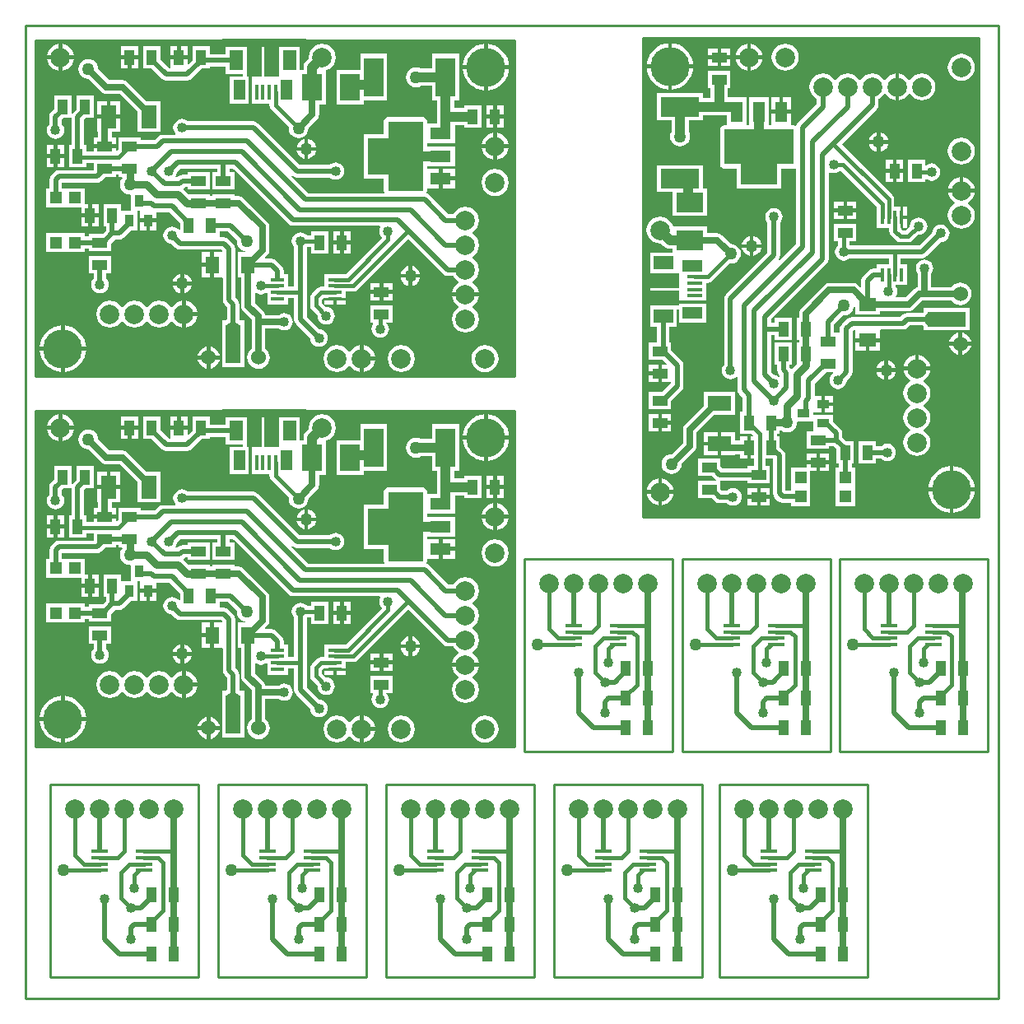
<source format=gtl>
%FSLAX25Y25*%
%MOIN*%
G70*
G01*
G75*
G04 Layer_Physical_Order=1*
G04 Layer_Color=255*
%ADD10R,0.01772X0.06299*%
%ADD11R,0.06299X0.13386*%
%ADD12R,0.05512X0.01654*%
%ADD13R,0.04724X0.04724*%
%ADD14R,0.08465X0.05000*%
%ADD15R,0.09000X0.15000*%
%ADD16R,0.05906X0.03937*%
%ADD17R,0.03937X0.05906*%
%ADD18R,0.07874X0.11024*%
%ADD19R,0.03500X0.05000*%
%ADD20R,0.07874X0.15748*%
%ADD21R,0.06299X0.09449*%
%ADD22R,0.05512X0.07087*%
%ADD23R,0.05906X0.15748*%
%ADD24R,0.06299X0.01772*%
%ADD25R,0.13386X0.06299*%
%ADD26R,0.01654X0.05512*%
%ADD27R,0.04724X0.04724*%
%ADD28R,0.05000X0.08465*%
%ADD29R,0.15000X0.09000*%
%ADD30R,0.11024X0.07874*%
%ADD31R,0.15748X0.05906*%
%ADD32R,0.05000X0.03500*%
%ADD33R,0.15748X0.07874*%
%ADD34R,0.09449X0.06299*%
%ADD35R,0.07087X0.05512*%
%ADD36R,0.06600X0.01700*%
%ADD37C,0.02500*%
%ADD38C,0.02000*%
%ADD39C,0.03000*%
%ADD40C,0.01500*%
%ADD41C,0.04000*%
%ADD42C,0.01000*%
%ADD43C,0.01800*%
%ADD44R,0.01600X0.04800*%
%ADD45R,0.34200X0.03200*%
%ADD46R,0.14413X0.28346*%
%ADD47R,0.04800X0.01600*%
%ADD48R,0.03200X0.34200*%
%ADD49R,0.28346X0.14413*%
%ADD50C,0.15800*%
%ADD51R,0.05512X0.07874*%
%ADD52R,0.05118X0.07874*%
%ADD53C,0.07874*%
%ADD54R,0.07874X0.05512*%
%ADD55R,0.07874X0.05118*%
%ADD56C,0.05000*%
%ADD57C,0.04000*%
%ADD58C,0.06000*%
%ADD59C,0.03937*%
G36*
X496000Y305000D02*
X359800D01*
Y388907D01*
X362747D01*
Y382116D01*
X365634D01*
Y375569D01*
X362447D01*
Y368632D01*
X367964D01*
X369565Y367030D01*
X369373Y366568D01*
X367650D01*
Y359631D01*
X371251D01*
Y359056D01*
X367764Y355569D01*
X362447D01*
Y348632D01*
X371353D01*
Y351948D01*
X375602Y356198D01*
X376155Y357025D01*
X376349Y358000D01*
Y366400D01*
X376155Y367375D01*
X375602Y368202D01*
X375602Y368202D01*
X375602Y368202D01*
X371353Y372452D01*
Y375569D01*
X370732D01*
Y382116D01*
X373621D01*
Y388907D01*
X374676D01*
Y383494D01*
X385550D01*
Y391612D01*
X385550D01*
Y391612D01*
X380899D01*
Y392155D01*
X385550D01*
Y399771D01*
X386318D01*
X387099Y399926D01*
X387255Y399957D01*
X388048Y400488D01*
X395093Y407532D01*
X395600Y407466D01*
X396644Y407603D01*
X397617Y408006D01*
X398453Y408647D01*
X399094Y409483D01*
X399497Y410456D01*
X399635Y411500D01*
X399497Y412544D01*
X399094Y413517D01*
X398453Y414353D01*
X397617Y414994D01*
X396644Y415397D01*
X395600Y415534D01*
X395501Y415521D01*
X391961Y419061D01*
X391387Y419502D01*
X390718Y419779D01*
X390000Y419874D01*
X385912D01*
Y422537D01*
X372190D01*
X371649Y423842D01*
X370778Y424978D01*
X369642Y425849D01*
X368319Y426397D01*
X366900Y426584D01*
X365481Y426397D01*
X364158Y425849D01*
X363022Y424978D01*
X362151Y423842D01*
X361603Y422519D01*
X361416Y421100D01*
X361603Y419681D01*
X362151Y418358D01*
X363022Y417222D01*
X364158Y416351D01*
X365481Y415803D01*
X366900Y415616D01*
X367334Y415673D01*
X368404Y414604D01*
X369135Y414043D01*
X369986Y413690D01*
X370900Y413570D01*
X371888D01*
Y412084D01*
X362747D01*
Y405293D01*
X359800D01*
Y499200D01*
X496000D01*
Y305000D01*
D02*
G37*
G36*
X308200Y212000D02*
X114000D01*
Y348200D01*
X197907D01*
Y345253D01*
X191116D01*
Y342366D01*
X184569D01*
Y345553D01*
X177631D01*
Y340036D01*
X176030Y338435D01*
X175568Y338627D01*
Y340350D01*
X168631D01*
Y336749D01*
X168056D01*
X164568Y340236D01*
Y345553D01*
X157632D01*
Y336647D01*
X160948D01*
X165198Y332398D01*
X166024Y331845D01*
X167000Y331651D01*
X175400D01*
X176375Y331845D01*
X177202Y332398D01*
X177202Y332398D01*
X177202Y332398D01*
X181452Y336647D01*
X184569D01*
Y337268D01*
X191116D01*
Y334380D01*
X197907D01*
Y333324D01*
X192494D01*
Y322450D01*
X200612D01*
Y322450D01*
X200612D01*
Y327101D01*
X201155D01*
Y322450D01*
X208771D01*
Y321682D01*
X208927Y320901D01*
X208957Y320745D01*
X209488Y319952D01*
X216532Y312907D01*
X216465Y312400D01*
X216603Y311356D01*
X217006Y310383D01*
X217647Y309547D01*
X218483Y308906D01*
X219456Y308503D01*
X220500Y308366D01*
X221544Y308503D01*
X222517Y308906D01*
X223353Y309547D01*
X223994Y310383D01*
X224397Y311356D01*
X224535Y312400D01*
X224521Y312499D01*
X228061Y316039D01*
X228502Y316613D01*
X228779Y317282D01*
X228874Y318000D01*
Y322088D01*
X231537D01*
Y335810D01*
X232842Y336351D01*
X233978Y337222D01*
X234849Y338358D01*
X235397Y339681D01*
X235584Y341100D01*
X235397Y342519D01*
X234849Y343842D01*
X233978Y344978D01*
X232842Y345849D01*
X231519Y346397D01*
X230100Y346584D01*
X228681Y346397D01*
X227358Y345849D01*
X226222Y344978D01*
X225351Y343842D01*
X224803Y342519D01*
X224616Y341100D01*
X224673Y340666D01*
X223604Y339596D01*
X223043Y338865D01*
X222690Y338014D01*
X222570Y337100D01*
Y336112D01*
X221084D01*
Y345253D01*
X214293D01*
Y348200D01*
X308200D01*
Y212000D01*
D02*
G37*
G36*
Y362000D02*
X114000D01*
Y498200D01*
X197907D01*
Y495254D01*
X191116D01*
Y492366D01*
X184569D01*
Y495553D01*
X177631D01*
Y490036D01*
X176030Y488435D01*
X175568Y488627D01*
Y490350D01*
X168631D01*
Y486749D01*
X168056D01*
X164568Y490236D01*
Y495553D01*
X157632D01*
Y486647D01*
X160948D01*
X165198Y482398D01*
X166024Y481845D01*
X167000Y481651D01*
X175400D01*
X176375Y481845D01*
X177202Y482398D01*
X177202Y482398D01*
X177202Y482398D01*
X181452Y486647D01*
X184569D01*
Y487268D01*
X191116D01*
Y484379D01*
X197907D01*
Y483324D01*
X192494D01*
Y472450D01*
X200612D01*
Y472450D01*
X200612D01*
Y477101D01*
X201155D01*
Y472450D01*
X208771D01*
Y471682D01*
X208927Y470901D01*
X208957Y470745D01*
X209488Y469952D01*
X216532Y462907D01*
X216465Y462400D01*
X216603Y461356D01*
X217006Y460383D01*
X217647Y459547D01*
X218483Y458906D01*
X219456Y458503D01*
X220500Y458365D01*
X221544Y458503D01*
X222517Y458906D01*
X223353Y459547D01*
X223994Y460383D01*
X224397Y461356D01*
X224535Y462400D01*
X224521Y462499D01*
X228061Y466039D01*
X228502Y466613D01*
X228779Y467282D01*
X228874Y468000D01*
Y472088D01*
X231537D01*
Y485810D01*
X232842Y486351D01*
X233978Y487222D01*
X234849Y488358D01*
X235397Y489681D01*
X235584Y491100D01*
X235397Y492519D01*
X234849Y493842D01*
X233978Y494978D01*
X232842Y495849D01*
X231519Y496397D01*
X230100Y496584D01*
X228681Y496397D01*
X227358Y495849D01*
X226222Y494978D01*
X225351Y493842D01*
X224803Y492519D01*
X224616Y491100D01*
X224673Y490666D01*
X223604Y489596D01*
X223043Y488865D01*
X222690Y488014D01*
X222570Y487100D01*
Y486112D01*
X221084D01*
Y495254D01*
X214293D01*
Y498200D01*
X308200D01*
Y362000D01*
D02*
G37*
%LPC*%
G36*
X454368Y335553D02*
X447432D01*
Y326647D01*
X454368D01*
Y328551D01*
X456472D01*
X457135Y328043D01*
X457986Y327690D01*
X458900Y327570D01*
X459814Y327690D01*
X460665Y328043D01*
X461396Y328604D01*
X461957Y329335D01*
X462310Y330186D01*
X462430Y331100D01*
X462310Y332014D01*
X461957Y332865D01*
X461396Y333596D01*
X460665Y334157D01*
X459814Y334510D01*
X458900Y334630D01*
X457986Y334510D01*
X457135Y334157D01*
X456472Y333649D01*
X454368D01*
Y335553D01*
D02*
G37*
G36*
X295650Y336350D02*
X287028D01*
X287136Y335257D01*
X287673Y333485D01*
X288546Y331852D01*
X289721Y330421D01*
X291152Y329246D01*
X292785Y328374D01*
X294557Y327836D01*
X295650Y327728D01*
Y336350D01*
D02*
G37*
G36*
X305772D02*
X297150D01*
Y327728D01*
X298243Y327836D01*
X300015Y328374D01*
X301648Y329246D01*
X303079Y330421D01*
X304254Y331852D01*
X305127Y333485D01*
X305664Y335257D01*
X305772Y336350D01*
D02*
G37*
G36*
X303569Y321553D02*
X300850D01*
Y317850D01*
X303569D01*
Y321553D01*
D02*
G37*
G36*
X256403Y342474D02*
X245529D01*
Y336112D01*
X236017D01*
Y322088D01*
X246891D01*
Y323726D01*
X256403D01*
Y342474D01*
D02*
G37*
G36*
X435353Y326350D02*
X431650D01*
Y323632D01*
X435353D01*
Y326350D01*
D02*
G37*
G36*
X390150Y333815D02*
X384676D01*
Y329915D01*
X390150D01*
Y333815D01*
D02*
G37*
G36*
X397124Y355750D02*
X384676D01*
Y350098D01*
X376939Y342361D01*
X376498Y341787D01*
X376383Y341510D01*
X376221Y341118D01*
X376126Y340400D01*
Y334849D01*
X371699Y330421D01*
X371600Y330434D01*
X370556Y330297D01*
X369583Y329894D01*
X368747Y329253D01*
X368106Y328417D01*
X367703Y327444D01*
X367565Y326400D01*
X367703Y325356D01*
X368106Y324383D01*
X368747Y323547D01*
X369583Y322906D01*
X370556Y322503D01*
X371600Y322365D01*
X372644Y322503D01*
X373617Y322906D01*
X374453Y323547D01*
X375094Y324383D01*
X375497Y325356D01*
X375635Y326400D01*
X375622Y326499D01*
X380861Y331739D01*
X381302Y332313D01*
X381417Y332590D01*
X381579Y332982D01*
X381674Y333700D01*
Y339251D01*
X388873Y346450D01*
X397124D01*
Y355750D01*
D02*
G37*
G36*
X390150Y339214D02*
X384676D01*
Y335315D01*
X390150D01*
Y339214D01*
D02*
G37*
G36*
X476285Y364350D02*
X465515D01*
X465603Y363681D01*
X466151Y362358D01*
X467022Y361222D01*
X468158Y360351D01*
X468160Y360350D01*
Y359850D01*
X468158Y359849D01*
X467022Y358978D01*
X466151Y357842D01*
X465603Y356519D01*
X465416Y355100D01*
X465603Y353681D01*
X466151Y352358D01*
X467022Y351222D01*
X468158Y350351D01*
X468160Y350350D01*
Y349850D01*
X468158Y349849D01*
X467022Y348978D01*
X466151Y347842D01*
X465603Y346519D01*
X465416Y345100D01*
X465603Y343681D01*
X466151Y342358D01*
X467022Y341222D01*
X468158Y340351D01*
X468160Y340350D01*
Y339850D01*
X468158Y339849D01*
X467022Y338978D01*
X466151Y337842D01*
X465603Y336519D01*
X465416Y335100D01*
X465603Y333681D01*
X466151Y332358D01*
X467022Y331222D01*
X468158Y330351D01*
X469481Y329803D01*
X470900Y329616D01*
X472319Y329803D01*
X473642Y330351D01*
X474778Y331222D01*
X475649Y332358D01*
X476197Y333681D01*
X476384Y335100D01*
X476197Y336519D01*
X475649Y337842D01*
X474778Y338978D01*
X473642Y339849D01*
X473640Y339850D01*
Y340350D01*
X473642Y340351D01*
X474778Y341222D01*
X475649Y342358D01*
X476197Y343681D01*
X476384Y345100D01*
X476197Y346519D01*
X475649Y347842D01*
X474778Y348978D01*
X473642Y349849D01*
X473640Y349850D01*
Y350350D01*
X473642Y350351D01*
X474778Y351222D01*
X475649Y352358D01*
X476197Y353681D01*
X476384Y355100D01*
X476197Y356519D01*
X475649Y357842D01*
X474778Y358978D01*
X473642Y359849D01*
X473640Y359850D01*
Y360350D01*
X473642Y360351D01*
X474778Y361222D01*
X475649Y362358D01*
X476197Y363681D01*
X476285Y364350D01*
D02*
G37*
G36*
X430150Y330569D02*
X426447D01*
Y327850D01*
X430150D01*
Y330569D01*
D02*
G37*
G36*
X435353D02*
X431650D01*
Y327850D01*
X435353D01*
Y330569D01*
D02*
G37*
G36*
X397124Y339214D02*
X391650D01*
Y329915D01*
X397124D01*
Y330326D01*
X399431D01*
Y328647D01*
X402150D01*
Y337553D01*
X399431D01*
Y335874D01*
X397124D01*
Y339214D01*
D02*
G37*
G36*
X299350Y321553D02*
X296632D01*
Y317850D01*
X299350D01*
Y321553D01*
D02*
G37*
G36*
X135400Y340435D02*
X134356Y340297D01*
X133383Y339894D01*
X132547Y339253D01*
X131906Y338417D01*
X131503Y337444D01*
X131366Y336400D01*
X131503Y335356D01*
X131906Y334383D01*
X132547Y333547D01*
X133383Y332906D01*
X134356Y332503D01*
X135400Y332365D01*
X135499Y332379D01*
X140739Y327139D01*
X141313Y326698D01*
X141590Y326583D01*
X141982Y326421D01*
X142700Y326326D01*
X148251D01*
X155450Y319127D01*
Y310876D01*
X164750D01*
Y323324D01*
X159098D01*
X151361Y331061D01*
X150787Y331502D01*
X150510Y331617D01*
X150118Y331779D01*
X149400Y331874D01*
X143849D01*
X139421Y336301D01*
X139435Y336400D01*
X139297Y337444D01*
X138894Y338417D01*
X138253Y339253D01*
X137417Y339894D01*
X136444Y340297D01*
X135400Y340435D01*
D02*
G37*
G36*
X299350Y316350D02*
X296632D01*
Y312647D01*
X299350D01*
Y316350D01*
D02*
G37*
G36*
X303569D02*
X300850D01*
Y312647D01*
X303569D01*
Y316350D01*
D02*
G37*
G36*
X372285Y314350D02*
X367650D01*
Y309715D01*
X368319Y309803D01*
X369642Y310351D01*
X370778Y311222D01*
X371649Y312358D01*
X372197Y313681D01*
X372285Y314350D01*
D02*
G37*
G36*
X406150Y312350D02*
X402447D01*
Y309631D01*
X406150D01*
Y312350D01*
D02*
G37*
G36*
X411353D02*
X407650D01*
Y309631D01*
X411353D01*
Y312350D01*
D02*
G37*
G36*
X366150Y314350D02*
X361515D01*
X361603Y313681D01*
X362151Y312358D01*
X363022Y311222D01*
X364158Y310351D01*
X365481Y309803D01*
X366150Y309715D01*
Y314350D01*
D02*
G37*
G36*
X406150Y316568D02*
X402447D01*
Y313850D01*
X406150D01*
Y316568D01*
D02*
G37*
G36*
X485650Y325472D02*
Y316850D01*
X494272D01*
X494164Y317943D01*
X493626Y319715D01*
X492754Y321348D01*
X491579Y322779D01*
X490148Y323954D01*
X488515Y324827D01*
X486743Y325364D01*
X485650Y325472D01*
D02*
G37*
G36*
X142815Y323324D02*
X138915D01*
Y317850D01*
X142815D01*
Y323324D01*
D02*
G37*
G36*
X148214D02*
X144315D01*
Y317850D01*
X148214D01*
Y323324D01*
D02*
G37*
G36*
X484150Y325472D02*
X483057Y325364D01*
X481285Y324827D01*
X479652Y323954D01*
X478221Y322779D01*
X477046Y321348D01*
X476173Y319715D01*
X475636Y317943D01*
X475528Y316850D01*
X484150D01*
Y325472D01*
D02*
G37*
G36*
X411353Y316568D02*
X407650D01*
Y313850D01*
X411353D01*
Y316568D01*
D02*
G37*
G36*
X366150Y320485D02*
X365481Y320397D01*
X364158Y319849D01*
X363022Y318978D01*
X362151Y317842D01*
X361603Y316519D01*
X361515Y315850D01*
X366150D01*
Y320485D01*
D02*
G37*
G36*
X367650D02*
Y315850D01*
X372285D01*
X372197Y316519D01*
X371649Y317842D01*
X370778Y318978D01*
X369642Y319849D01*
X368319Y320397D01*
X367650Y320485D01*
D02*
G37*
G36*
X123350Y340350D02*
X118715D01*
X118803Y339681D01*
X119351Y338358D01*
X120222Y337222D01*
X121358Y336351D01*
X122681Y335803D01*
X123350Y335715D01*
Y340350D01*
D02*
G37*
G36*
X296032Y374552D02*
X294613Y374365D01*
X293290Y373817D01*
X292154Y372946D01*
X291283Y371810D01*
X290735Y370487D01*
X290548Y369068D01*
X290735Y367649D01*
X291283Y366326D01*
X292154Y365190D01*
X293290Y364319D01*
X294613Y363771D01*
X296032Y363584D01*
X297451Y363771D01*
X298774Y364319D01*
X299910Y365190D01*
X300781Y366326D01*
X301329Y367649D01*
X301516Y369068D01*
X301329Y370487D01*
X300781Y371810D01*
X299910Y372946D01*
X298774Y373817D01*
X297451Y374365D01*
X296032Y374552D01*
D02*
G37*
G36*
X262100Y374584D02*
X260681Y374397D01*
X259358Y373849D01*
X258222Y372978D01*
X257351Y371842D01*
X256803Y370519D01*
X256616Y369100D01*
X256803Y367681D01*
X257351Y366358D01*
X258222Y365222D01*
X259358Y364351D01*
X260681Y363803D01*
X262100Y363616D01*
X263519Y363803D01*
X264842Y364351D01*
X265978Y365222D01*
X266849Y366358D01*
X267397Y367681D01*
X267584Y369100D01*
X267397Y370519D01*
X266849Y371842D01*
X265978Y372978D01*
X264842Y373849D01*
X263519Y374397D01*
X262100Y374584D01*
D02*
G37*
G36*
X236100D02*
X234681Y374397D01*
X233358Y373849D01*
X232222Y372978D01*
X231351Y371842D01*
X230803Y370519D01*
X230616Y369100D01*
X230803Y367681D01*
X231351Y366358D01*
X232222Y365222D01*
X233358Y364351D01*
X234681Y363803D01*
X236100Y363616D01*
X237519Y363803D01*
X238842Y364351D01*
X239978Y365222D01*
X240849Y366358D01*
X240850Y366360D01*
X241350D01*
X241351Y366358D01*
X242222Y365222D01*
X243358Y364351D01*
X244681Y363803D01*
X245350Y363715D01*
Y369099D01*
Y374485D01*
X244681Y374397D01*
X243358Y373849D01*
X242222Y372978D01*
X241351Y371842D01*
X241350Y371840D01*
X240850D01*
X240849Y371842D01*
X239978Y372978D01*
X238842Y373849D01*
X237519Y374397D01*
X236100Y374584D01*
D02*
G37*
G36*
X462436Y363650D02*
X459250D01*
Y360464D01*
X459544Y360503D01*
X460517Y360906D01*
X461353Y361547D01*
X461994Y362383D01*
X462397Y363356D01*
X462436Y363650D01*
D02*
G37*
G36*
X436900Y353830D02*
X433650D01*
Y351330D01*
X436900D01*
Y353830D01*
D02*
G37*
G36*
X366150Y362350D02*
X362447D01*
Y359631D01*
X366150D01*
Y362350D01*
D02*
G37*
G36*
X457750Y363650D02*
X454564D01*
X454603Y363356D01*
X455006Y362383D01*
X455647Y361547D01*
X456483Y360906D01*
X457456Y360503D01*
X457750Y360464D01*
Y363650D01*
D02*
G37*
G36*
X251485Y368350D02*
X246850D01*
Y363715D01*
X247519Y363803D01*
X248842Y364351D01*
X249978Y365222D01*
X250849Y366358D01*
X251397Y367681D01*
X251485Y368350D01*
D02*
G37*
G36*
X188540Y368750D02*
X184850D01*
Y365060D01*
X185275Y365116D01*
X186369Y365569D01*
X187309Y366291D01*
X188031Y367231D01*
X188484Y368325D01*
X188540Y368750D01*
D02*
G37*
G36*
X457750Y368336D02*
X457456Y368297D01*
X456483Y367894D01*
X455647Y367253D01*
X455006Y366417D01*
X454603Y365444D01*
X454564Y365150D01*
X457750D01*
Y368336D01*
D02*
G37*
G36*
X459250D02*
Y365150D01*
X462436D01*
X462397Y365444D01*
X461994Y366417D01*
X461353Y367253D01*
X460517Y367894D01*
X459544Y368297D01*
X459250Y368336D01*
D02*
G37*
G36*
X183350Y368750D02*
X179660D01*
X179716Y368325D01*
X180169Y367231D01*
X180891Y366291D01*
X181831Y365569D01*
X182925Y365116D01*
X183350Y365060D01*
Y368750D01*
D02*
G37*
G36*
X124350Y372350D02*
X115728D01*
X115836Y371257D01*
X116374Y369485D01*
X117246Y367852D01*
X118421Y366421D01*
X119852Y365246D01*
X121485Y364373D01*
X123257Y363836D01*
X124350Y363728D01*
Y372350D01*
D02*
G37*
G36*
X134472D02*
X125850D01*
Y363728D01*
X126943Y363836D01*
X128715Y364373D01*
X130348Y365246D01*
X131779Y366421D01*
X132954Y367852D01*
X133826Y369485D01*
X134364Y371257D01*
X134472Y372350D01*
D02*
G37*
G36*
X366150Y366568D02*
X362447D01*
Y363850D01*
X366150D01*
Y366568D01*
D02*
G37*
G36*
X295650Y346472D02*
X294557Y346364D01*
X292785Y345827D01*
X291152Y344954D01*
X289721Y343779D01*
X288546Y342348D01*
X287673Y340715D01*
X287136Y338943D01*
X287028Y337850D01*
X295650D01*
Y346472D01*
D02*
G37*
G36*
X297150D02*
Y337850D01*
X305772D01*
X305664Y338943D01*
X305127Y340715D01*
X304254Y342348D01*
X303079Y343779D01*
X301648Y344954D01*
X300015Y345827D01*
X298243Y346364D01*
X297150Y346472D01*
D02*
G37*
G36*
X366150Y346568D02*
X362447D01*
Y343927D01*
X362416Y343880D01*
X362261Y343100D01*
X362416Y342320D01*
X362447Y342273D01*
Y339632D01*
X366150D01*
Y346568D01*
D02*
G37*
G36*
X155569Y340350D02*
X152850D01*
Y336647D01*
X155569D01*
Y340350D01*
D02*
G37*
G36*
X129485D02*
X124850D01*
Y335715D01*
X125519Y335803D01*
X126842Y336351D01*
X127978Y337222D01*
X128849Y338358D01*
X129397Y339681D01*
X129485Y340350D01*
D02*
G37*
G36*
X285537Y342474D02*
X274663D01*
Y336530D01*
X270030D01*
X269144Y336897D01*
X268100Y337035D01*
X267056Y336897D01*
X266083Y336494D01*
X265247Y335853D01*
X264606Y335017D01*
X264203Y334044D01*
X264066Y333000D01*
X264203Y331956D01*
X264606Y330983D01*
X265247Y330147D01*
X266083Y329506D01*
X267056Y329103D01*
X268100Y328965D01*
X269144Y329103D01*
X270030Y329470D01*
X274663D01*
Y323726D01*
X276570D01*
Y314155D01*
X272543D01*
Y315273D01*
X272426Y315859D01*
X272095Y316355D01*
X271599Y316686D01*
X271013Y316803D01*
X256600D01*
X256015Y316686D01*
X255519Y316355D01*
X255187Y315859D01*
X255071Y315273D01*
Y310100D01*
X246903D01*
Y292100D01*
X255071D01*
Y286927D01*
X255168Y286436D01*
X254851Y286049D01*
X224456D01*
X217721Y292784D01*
X218038Y293171D01*
X218825Y292645D01*
X219800Y292451D01*
X233072D01*
X233735Y291943D01*
X234586Y291590D01*
X235500Y291470D01*
X236414Y291590D01*
X237265Y291943D01*
X237996Y292504D01*
X238557Y293235D01*
X238910Y294086D01*
X239030Y295000D01*
X238910Y295914D01*
X238557Y296765D01*
X237996Y297496D01*
X237265Y298057D01*
X236414Y298410D01*
X235500Y298530D01*
X234586Y298410D01*
X233735Y298057D01*
X233072Y297549D01*
X220856D01*
X204002Y314402D01*
X203175Y314955D01*
X202200Y315149D01*
X175727D01*
X175065Y315657D01*
X174214Y316010D01*
X173300Y316130D01*
X172386Y316010D01*
X171535Y315657D01*
X170804Y315096D01*
X170243Y314365D01*
X169890Y313514D01*
X169770Y312600D01*
X169890Y311686D01*
X170243Y310835D01*
X170732Y310197D01*
X170511Y309749D01*
X165500D01*
X164524Y309555D01*
X163698Y309002D01*
X162344Y307649D01*
X156553D01*
Y308569D01*
X147647D01*
Y303892D01*
X147015Y303259D01*
X146553Y303450D01*
Y304350D01*
X137647D01*
Y302894D01*
X134569D01*
Y305553D01*
X133649D01*
Y315844D01*
X134452Y316647D01*
X137568D01*
Y325553D01*
X130631D01*
Y320036D01*
X129298Y318702D01*
X129047Y318327D01*
X128568Y318472D01*
Y325553D01*
X121632D01*
Y320136D01*
X120298Y318802D01*
X119745Y317975D01*
X119551Y317000D01*
Y314028D01*
X119043Y313365D01*
X118690Y312514D01*
X118570Y311600D01*
X118690Y310686D01*
X119043Y309835D01*
X119604Y309104D01*
X120335Y308543D01*
X121186Y308190D01*
X122100Y308070D01*
X123014Y308190D01*
X123865Y308543D01*
X124596Y309104D01*
X125157Y309835D01*
X125510Y310686D01*
X125630Y311600D01*
X125510Y312514D01*
X125157Y313365D01*
X124649Y314028D01*
Y315944D01*
X125352Y316647D01*
X128551D01*
Y305553D01*
X127631D01*
Y296647D01*
X134569D01*
Y298306D01*
X137647D01*
Y295349D01*
X123500D01*
X122524Y295155D01*
X121698Y294602D01*
X120361Y293265D01*
X119808Y292438D01*
X119614Y291463D01*
Y288017D01*
X118301D01*
Y280293D01*
X126025D01*
X126025Y280293D01*
Y280293D01*
X126025D01*
X126175D01*
X126379Y280293D01*
X126379Y280293D01*
Y280293D01*
X132632D01*
Y277850D01*
X135350D01*
Y281553D01*
X133899D01*
Y288017D01*
X126379D01*
X126379Y288017D01*
Y288017D01*
X126175Y288017D01*
X126100D01*
X126025D01*
X125821Y288017D01*
X125821Y288017D01*
Y288017D01*
X124712D01*
Y290251D01*
X138800D01*
X139776Y290445D01*
X140602Y290998D01*
X142236Y292632D01*
X146553D01*
Y293551D01*
X147647D01*
Y292632D01*
X148919D01*
X149140Y292183D01*
X148706Y291617D01*
X148303Y290644D01*
X148166Y289600D01*
X148303Y288556D01*
X148706Y287583D01*
X149347Y286747D01*
X150183Y286106D01*
X151156Y285703D01*
X152200Y285565D01*
X152214Y285567D01*
X152590Y285238D01*
Y279100D01*
X148850D01*
D01*
X148850D01*
X148568Y279381D01*
Y281553D01*
X141631D01*
Y272647D01*
X142551D01*
Y270856D01*
X141264Y269568D01*
X135647D01*
Y268594D01*
X133899D01*
Y269907D01*
X126379D01*
X126379Y269907D01*
Y269907D01*
X126175Y269907D01*
X126100D01*
X126025D01*
X125821Y269907D01*
X125821Y269907D01*
Y269907D01*
X118301D01*
Y262183D01*
X126025D01*
Y262183D01*
X126175D01*
X126379Y262183D01*
X126379Y262183D01*
Y262183D01*
X133899D01*
Y263496D01*
X135647D01*
Y262632D01*
X144553D01*
Y265648D01*
X146156Y267251D01*
X147800D01*
X148775Y267445D01*
X149602Y267998D01*
X152705Y271100D01*
X155350D01*
Y278974D01*
X156330D01*
Y275850D01*
X162830D01*
Y278425D01*
X168070D01*
X172632Y273864D01*
Y271185D01*
X172158Y271025D01*
X171796Y271496D01*
X171065Y272057D01*
X170214Y272410D01*
X169300Y272530D01*
X168386Y272410D01*
X167535Y272057D01*
X166804Y271496D01*
X166243Y270765D01*
X165890Y269914D01*
X165770Y269000D01*
X165890Y268086D01*
X166243Y267235D01*
X166804Y266504D01*
X167535Y265943D01*
X168386Y265590D01*
X169099Y265496D01*
X170698Y263898D01*
X171525Y263345D01*
X172500Y263151D01*
X189144D01*
X189690Y262605D01*
X189499Y262143D01*
X189497D01*
X189497Y262143D01*
Y262143D01*
X186283D01*
Y257099D01*
Y252057D01*
X189497D01*
X189851Y251703D01*
Y242800D01*
X190045Y241825D01*
X190598Y240998D01*
X191551Y240044D01*
Y234816D01*
X191105Y234474D01*
X189647D01*
Y231754D01*
X189561Y231100D01*
X189647Y230446D01*
Y215726D01*
X198553D01*
Y230446D01*
X198639Y231100D01*
X198553Y231754D01*
Y234474D01*
X197095D01*
X196649Y234816D01*
Y241100D01*
X196455Y242075D01*
X195902Y242902D01*
X194949Y243856D01*
Y263500D01*
X194755Y264475D01*
X194202Y265302D01*
X192002Y267502D01*
X191175Y268055D01*
X190200Y268249D01*
X188568D01*
Y268647D01*
X188568D01*
Y270551D01*
X192044D01*
X195615Y266980D01*
X195565Y266600D01*
X195703Y265556D01*
X196106Y264583D01*
X196747Y263747D01*
X197583Y263106D01*
X198556Y262703D01*
X199017Y262642D01*
X198984Y262143D01*
X195844D01*
Y252057D01*
X197326D01*
Y240400D01*
X197421Y239682D01*
X197583Y239290D01*
X197698Y239013D01*
X198139Y238439D01*
X201526Y235051D01*
Y223044D01*
X201091Y222709D01*
X200369Y221769D01*
X199916Y220675D01*
X199761Y219500D01*
X199916Y218325D01*
X200369Y217231D01*
X201091Y216291D01*
X202031Y215569D01*
X203125Y215116D01*
X204300Y214961D01*
X205475Y215116D01*
X206569Y215569D01*
X207509Y216291D01*
X208231Y217231D01*
X208684Y218325D01*
X208839Y219500D01*
X208684Y220675D01*
X208231Y221769D01*
X207509Y222709D01*
X207074Y223044D01*
Y231226D01*
X212565D01*
X212935Y230943D01*
X213786Y230590D01*
X214700Y230470D01*
X215614Y230590D01*
X216465Y230943D01*
X217196Y231504D01*
X217757Y232235D01*
X218110Y233086D01*
X218230Y234000D01*
X218110Y234914D01*
X217757Y235765D01*
X217196Y236496D01*
X216465Y237057D01*
X215614Y237410D01*
X214700Y237530D01*
X213786Y237410D01*
X212935Y237057D01*
X212565Y236774D01*
X206998D01*
X206979Y236918D01*
X206702Y237587D01*
X206261Y238161D01*
X202874Y241549D01*
Y245485D01*
X203322Y245706D01*
X203535Y245543D01*
X204386Y245190D01*
X205300Y245070D01*
X206214Y245190D01*
X207065Y245543D01*
X207396Y245796D01*
X207844Y245575D01*
Y243655D01*
Y241096D01*
X216356D01*
Y243655D01*
Y243688D01*
X218751D01*
Y234900D01*
X218945Y233925D01*
X219498Y233098D01*
X225281Y227314D01*
X225390Y226486D01*
X225743Y225635D01*
X226304Y224904D01*
X227035Y224343D01*
X227886Y223990D01*
X228800Y223870D01*
X229714Y223990D01*
X230565Y224343D01*
X231296Y224904D01*
X231857Y225635D01*
X232210Y226486D01*
X232330Y227400D01*
X232210Y228314D01*
X231857Y229165D01*
X231296Y229896D01*
X230565Y230457D01*
X229714Y230810D01*
X228886Y230919D01*
X223849Y235956D01*
Y245982D01*
Y264272D01*
X223951Y264406D01*
X225631D01*
Y261647D01*
X232569D01*
Y270553D01*
X225631D01*
Y268994D01*
X223951D01*
X223796Y269196D01*
X223065Y269757D01*
X222214Y270110D01*
X221300Y270230D01*
X220386Y270110D01*
X219535Y269757D01*
X218804Y269196D01*
X218243Y268465D01*
X217890Y267614D01*
X217770Y266700D01*
X217890Y265786D01*
X218243Y264935D01*
X218751Y264272D01*
Y248276D01*
X216356D01*
Y248309D01*
Y248773D01*
Y253427D01*
X214649D01*
Y254600D01*
X214455Y255575D01*
X213902Y256402D01*
X211402Y258902D01*
X210576Y259455D01*
X209600Y259649D01*
X207225D01*
X207034Y260111D01*
X207761Y260839D01*
X208202Y261413D01*
X208479Y262082D01*
X208574Y262800D01*
Y272600D01*
X208479Y273318D01*
X208202Y273987D01*
X207761Y274561D01*
X198261Y284061D01*
X197687Y284502D01*
X197410Y284617D01*
X197018Y284779D01*
X196300Y284874D01*
X194553D01*
Y285568D01*
X185647D01*
Y284874D01*
X184553D01*
Y285568D01*
X176011D01*
X173840Y287740D01*
X173846Y287926D01*
X174102Y288098D01*
X174556Y288551D01*
X175647D01*
Y287632D01*
X184553D01*
Y294568D01*
X175647D01*
Y293649D01*
X173500D01*
X172524Y293455D01*
X171698Y292902D01*
X171346Y292551D01*
X170852Y292632D01*
X170722Y292897D01*
X171057Y293335D01*
X171410Y294186D01*
X171519Y295014D01*
X172556Y296051D01*
X187551D01*
Y294568D01*
X185647D01*
Y287632D01*
X194553D01*
Y294568D01*
X192649D01*
Y296051D01*
X194044D01*
X216498Y273598D01*
X217324Y273045D01*
X218300Y272851D01*
X253353D01*
X253630Y272435D01*
X253290Y271614D01*
X253170Y270700D01*
X253290Y269786D01*
X253643Y268935D01*
X254204Y268204D01*
X254220Y267964D01*
X239683Y253427D01*
X239584Y253427D01*
Y253427D01*
X231072D01*
Y248773D01*
Y248309D01*
Y248276D01*
X229682D01*
X228804Y248101D01*
X228060Y247604D01*
X225878Y245422D01*
X225380Y244678D01*
X225206Y243800D01*
Y240600D01*
X225380Y239722D01*
X225878Y238978D01*
X225878Y238978D01*
X225878Y238978D01*
X228203Y236653D01*
X228170Y236400D01*
X228290Y235486D01*
X228643Y234635D01*
X229204Y233904D01*
X229935Y233343D01*
X230786Y232990D01*
X231700Y232870D01*
X232614Y232990D01*
X233465Y233343D01*
X234196Y233904D01*
X234757Y234635D01*
X235110Y235486D01*
X235230Y236400D01*
X235110Y237314D01*
X234757Y238165D01*
X234196Y238896D01*
X233465Y239457D01*
X232614Y239810D01*
X231700Y239930D01*
X231447Y239897D01*
X229794Y241550D01*
Y242850D01*
X230610Y243666D01*
X231072Y243475D01*
Y243655D01*
X239584D01*
Y243655D01*
Y246214D01*
Y246247D01*
X242741D01*
X243619Y246422D01*
X244363Y246919D01*
X244363Y246919D01*
X244363Y246919D01*
X264920Y267475D01*
X279098Y253298D01*
X279925Y252745D01*
X280900Y252551D01*
X283271D01*
X283351Y252358D01*
X284222Y251222D01*
X285358Y250351D01*
X285360Y250350D01*
Y249850D01*
X285358Y249849D01*
X284222Y248978D01*
X283351Y247842D01*
X282803Y246519D01*
X282715Y245850D01*
X293485D01*
X293397Y246519D01*
X292849Y247842D01*
X291978Y248978D01*
X290842Y249849D01*
X290840Y249850D01*
Y250350D01*
X290842Y250351D01*
X291978Y251222D01*
X292849Y252358D01*
X293397Y253681D01*
X293584Y255100D01*
X293397Y256519D01*
X292849Y257842D01*
X291978Y258978D01*
X290842Y259849D01*
X290840Y259850D01*
Y260350D01*
X290842Y260351D01*
X291978Y261222D01*
X292849Y262358D01*
X293397Y263681D01*
X293584Y265100D01*
X293397Y266519D01*
X292849Y267842D01*
X291978Y268978D01*
X290842Y269849D01*
X290840Y269850D01*
Y270350D01*
X290842Y270351D01*
X291978Y271222D01*
X292849Y272358D01*
X293397Y273681D01*
X293584Y275100D01*
X293397Y276519D01*
X292849Y277842D01*
X291978Y278978D01*
X290842Y279849D01*
X289519Y280397D01*
X288100Y280584D01*
X286681Y280397D01*
X285358Y279849D01*
X284222Y278978D01*
X283351Y277842D01*
X283271Y277649D01*
X281156D01*
X273502Y285302D01*
X272675Y285855D01*
X272610Y285868D01*
X272419Y286330D01*
X272426Y286342D01*
X272543Y286927D01*
Y288045D01*
X277350D01*
Y292044D01*
Y296045D01*
X272543D01*
Y297100D01*
X283832D01*
Y305100D01*
X272543D01*
Y306155D01*
X283832D01*
Y313570D01*
X287632D01*
Y312647D01*
X294568D01*
Y316631D01*
X294630Y317100D01*
X294568Y317569D01*
Y321553D01*
X287632D01*
Y320630D01*
X283630D01*
Y323726D01*
X285537D01*
Y342474D01*
D02*
G37*
G36*
X151350Y340350D02*
X148632D01*
Y336647D01*
X151350D01*
Y340350D01*
D02*
G37*
G36*
X371353Y342350D02*
X367650D01*
Y339632D01*
X371353D01*
Y342350D01*
D02*
G37*
G36*
X175568Y345553D02*
X172850D01*
Y341850D01*
X175568D01*
Y345553D01*
D02*
G37*
G36*
X371353Y346568D02*
X367650D01*
Y343850D01*
X371353D01*
Y346568D01*
D02*
G37*
G36*
X436900Y349830D02*
X433650D01*
Y347330D01*
X436900D01*
Y349830D01*
D02*
G37*
G36*
X171350Y345553D02*
X168631D01*
Y341850D01*
X171350D01*
Y345553D01*
D02*
G37*
G36*
X123350Y346485D02*
X122681Y346397D01*
X121358Y345849D01*
X120222Y344978D01*
X119351Y343842D01*
X118803Y342519D01*
X118715Y341850D01*
X123350D01*
Y346485D01*
D02*
G37*
G36*
X124850D02*
Y341850D01*
X129485D01*
X129397Y342519D01*
X128849Y343842D01*
X127978Y344978D01*
X126842Y345849D01*
X125519Y346397D01*
X124850Y346485D01*
D02*
G37*
G36*
X152100Y345739D02*
X151320Y345584D01*
X151273Y345553D01*
X148632D01*
Y341850D01*
X155569D01*
Y345553D01*
X152927D01*
X152880Y345584D01*
X152100Y345739D01*
D02*
G37*
G36*
X253350Y245350D02*
X249647D01*
Y242632D01*
X253350D01*
Y245350D01*
D02*
G37*
G36*
X258553D02*
X254850D01*
Y242632D01*
X258553D01*
Y245350D01*
D02*
G37*
G36*
X172650Y248750D02*
X169464D01*
X169503Y248456D01*
X169906Y247483D01*
X170547Y246647D01*
X171383Y246006D01*
X172356Y245603D01*
X172650Y245564D01*
Y248750D01*
D02*
G37*
G36*
X239584Y242673D02*
X236078D01*
Y241096D01*
X239584D01*
Y242673D01*
D02*
G37*
G36*
X174850Y242485D02*
Y237850D01*
X179485D01*
X179397Y238519D01*
X178849Y239842D01*
X177978Y240978D01*
X176842Y241849D01*
X175519Y242397D01*
X174850Y242485D01*
D02*
G37*
G36*
X164100Y242584D02*
X162681Y242397D01*
X161358Y241849D01*
X160222Y240978D01*
X159351Y239842D01*
X159350Y239840D01*
X158850D01*
X158849Y239842D01*
X157978Y240978D01*
X156842Y241849D01*
X155519Y242397D01*
X154100Y242584D01*
X152681Y242397D01*
X151358Y241849D01*
X150222Y240978D01*
X149351Y239842D01*
X149350Y239840D01*
X148850D01*
X148849Y239842D01*
X147978Y240978D01*
X146842Y241849D01*
X145519Y242397D01*
X144100Y242584D01*
X142681Y242397D01*
X141358Y241849D01*
X140222Y240978D01*
X139351Y239842D01*
X138803Y238519D01*
X138616Y237100D01*
X138803Y235681D01*
X139351Y234358D01*
X140222Y233222D01*
X141358Y232351D01*
X142681Y231803D01*
X144100Y231616D01*
X145519Y231803D01*
X146842Y232351D01*
X147978Y233222D01*
X148849Y234358D01*
X148850Y234360D01*
X149350D01*
X149351Y234358D01*
X150222Y233222D01*
X151358Y232351D01*
X152681Y231803D01*
X154100Y231616D01*
X155519Y231803D01*
X156842Y232351D01*
X157978Y233222D01*
X158849Y234358D01*
X158850Y234360D01*
X159350D01*
X159351Y234358D01*
X160222Y233222D01*
X161358Y232351D01*
X162681Y231803D01*
X164100Y231616D01*
X165519Y231803D01*
X166842Y232351D01*
X167978Y233222D01*
X168849Y234358D01*
X168850Y234360D01*
X169350D01*
X169351Y234358D01*
X170222Y233222D01*
X171358Y232351D01*
X172681Y231803D01*
X173350Y231715D01*
Y237099D01*
Y242485D01*
X172681Y242397D01*
X171358Y241849D01*
X170222Y240978D01*
X169351Y239842D01*
X169350Y239840D01*
X168850D01*
X168849Y239842D01*
X167978Y240978D01*
X166842Y241849D01*
X165519Y242397D01*
X164100Y242584D01*
D02*
G37*
G36*
X234578Y242673D02*
X231072D01*
Y241096D01*
X234578D01*
Y242673D01*
D02*
G37*
G36*
X177336Y248750D02*
X174150D01*
Y245564D01*
X174444Y245603D01*
X175417Y246006D01*
X176253Y246647D01*
X176894Y247483D01*
X177297Y248456D01*
X177336Y248750D01*
D02*
G37*
G36*
X269736Y251850D02*
X266550D01*
Y248664D01*
X266844Y248703D01*
X267817Y249106D01*
X268653Y249747D01*
X269294Y250583D01*
X269697Y251556D01*
X269736Y251850D01*
D02*
G37*
G36*
X172650Y253436D02*
X172356Y253397D01*
X171383Y252994D01*
X170547Y252353D01*
X169906Y251517D01*
X169503Y250544D01*
X169464Y250250D01*
X172650D01*
Y253436D01*
D02*
G37*
G36*
X174150D02*
Y250250D01*
X177336D01*
X177297Y250544D01*
X176894Y251517D01*
X176253Y252353D01*
X175417Y252994D01*
X174444Y253397D01*
X174150Y253436D01*
D02*
G37*
G36*
X265050Y251850D02*
X261864D01*
X261903Y251556D01*
X262306Y250583D01*
X262947Y249747D01*
X263783Y249106D01*
X264756Y248703D01*
X265050Y248664D01*
Y251850D01*
D02*
G37*
G36*
X144553Y260568D02*
X135647D01*
Y253631D01*
X137551D01*
Y251528D01*
X137043Y250865D01*
X136690Y250014D01*
X136570Y249100D01*
X136690Y248186D01*
X137043Y247335D01*
X137604Y246604D01*
X138335Y246043D01*
X139186Y245690D01*
X140100Y245570D01*
X141014Y245690D01*
X141865Y246043D01*
X142596Y246604D01*
X143157Y247335D01*
X143510Y248186D01*
X143630Y249100D01*
X143510Y250014D01*
X143157Y250865D01*
X142649Y251528D01*
Y253631D01*
X144553D01*
Y260568D01*
D02*
G37*
G36*
X253350Y249569D02*
X249647D01*
Y246850D01*
X253350D01*
Y249569D01*
D02*
G37*
G36*
X258553D02*
X254850D01*
Y246850D01*
X258553D01*
Y249569D01*
D02*
G37*
G36*
X179485Y236350D02*
X174850D01*
Y231715D01*
X175519Y231803D01*
X176842Y232351D01*
X177978Y233222D01*
X178849Y234358D01*
X179397Y235681D01*
X179485Y236350D01*
D02*
G37*
G36*
X124350Y222350D02*
X115728D01*
X115836Y221257D01*
X116374Y219485D01*
X117246Y217852D01*
X118421Y216421D01*
X119852Y215246D01*
X121485Y214373D01*
X123257Y213836D01*
X124350Y213728D01*
Y222350D01*
D02*
G37*
G36*
X134472D02*
X125850D01*
Y213728D01*
X126943Y213836D01*
X128715Y214373D01*
X130348Y215246D01*
X131779Y216421D01*
X132954Y217852D01*
X133826Y219485D01*
X134364Y221257D01*
X134472Y222350D01*
D02*
G37*
G36*
X183350Y218750D02*
X179660D01*
X179716Y218325D01*
X180169Y217231D01*
X180891Y216291D01*
X181831Y215569D01*
X182925Y215116D01*
X183350Y215060D01*
Y218750D01*
D02*
G37*
G36*
X251485Y218350D02*
X246850D01*
Y213715D01*
X247519Y213803D01*
X248842Y214351D01*
X249978Y215222D01*
X250849Y216358D01*
X251397Y217681D01*
X251485Y218350D01*
D02*
G37*
G36*
X296032Y224552D02*
X294613Y224365D01*
X293290Y223817D01*
X292154Y222946D01*
X291283Y221810D01*
X290735Y220487D01*
X290548Y219068D01*
X290735Y217649D01*
X291283Y216326D01*
X292154Y215190D01*
X293290Y214319D01*
X294613Y213771D01*
X296032Y213584D01*
X297451Y213771D01*
X298774Y214319D01*
X299910Y215190D01*
X300781Y216326D01*
X301329Y217649D01*
X301516Y219068D01*
X301329Y220487D01*
X300781Y221810D01*
X299910Y222946D01*
X298774Y223817D01*
X297451Y224365D01*
X296032Y224552D01*
D02*
G37*
G36*
X262100Y224584D02*
X260681Y224397D01*
X259358Y223849D01*
X258222Y222978D01*
X257351Y221842D01*
X256803Y220519D01*
X256616Y219100D01*
X256803Y217681D01*
X257351Y216358D01*
X258222Y215222D01*
X259358Y214351D01*
X260681Y213803D01*
X262100Y213616D01*
X263519Y213803D01*
X264842Y214351D01*
X265978Y215222D01*
X266849Y216358D01*
X267397Y217681D01*
X267584Y219100D01*
X267397Y220519D01*
X266849Y221842D01*
X265978Y222978D01*
X264842Y223849D01*
X263519Y224397D01*
X262100Y224584D01*
D02*
G37*
G36*
X236100D02*
X234681Y224397D01*
X233358Y223849D01*
X232222Y222978D01*
X231351Y221842D01*
X230803Y220519D01*
X230616Y219100D01*
X230803Y217681D01*
X231351Y216358D01*
X232222Y215222D01*
X233358Y214351D01*
X234681Y213803D01*
X236100Y213616D01*
X237519Y213803D01*
X238842Y214351D01*
X239978Y215222D01*
X240849Y216358D01*
X240850Y216360D01*
X241350D01*
X241351Y216358D01*
X242222Y215222D01*
X243358Y214351D01*
X244681Y213803D01*
X245350Y213715D01*
Y219099D01*
Y224485D01*
X244681Y224397D01*
X243358Y223849D01*
X242222Y222978D01*
X241351Y221842D01*
X241350Y221840D01*
X240850D01*
X240849Y221842D01*
X239978Y222978D01*
X238842Y223849D01*
X237519Y224397D01*
X236100Y224584D01*
D02*
G37*
G36*
X188540Y218750D02*
X184850D01*
Y215060D01*
X185275Y215116D01*
X186369Y215569D01*
X187309Y216291D01*
X188031Y217231D01*
X188484Y218325D01*
X188540Y218750D01*
D02*
G37*
G36*
X125850Y232472D02*
Y223850D01*
X134472D01*
X134364Y224943D01*
X133826Y226715D01*
X132954Y228348D01*
X131779Y229779D01*
X130348Y230954D01*
X128715Y231826D01*
X126943Y232364D01*
X125850Y232472D01*
D02*
G37*
G36*
X258553Y240568D02*
X249647D01*
Y233631D01*
X250566D01*
X250787Y233183D01*
X250543Y232865D01*
X250190Y232014D01*
X250070Y231100D01*
X250190Y230186D01*
X250543Y229335D01*
X251104Y228604D01*
X251835Y228043D01*
X252686Y227690D01*
X253600Y227570D01*
X254514Y227690D01*
X255365Y228043D01*
X256096Y228604D01*
X256657Y229335D01*
X257010Y230186D01*
X257130Y231100D01*
X257010Y232014D01*
X256657Y232865D01*
X256096Y233596D01*
X256108Y233631D01*
X258553D01*
Y240568D01*
D02*
G37*
G36*
X293485Y244350D02*
X282715D01*
X282803Y243681D01*
X283351Y242358D01*
X284222Y241222D01*
X285358Y240351D01*
X285360Y240350D01*
Y239850D01*
X285358Y239849D01*
X284222Y238978D01*
X283351Y237842D01*
X282803Y236519D01*
X282616Y235100D01*
X282803Y233681D01*
X283351Y232358D01*
X284222Y231222D01*
X285358Y230351D01*
X286681Y229803D01*
X288100Y229616D01*
X289519Y229803D01*
X290842Y230351D01*
X291978Y231222D01*
X292849Y232358D01*
X293397Y233681D01*
X293584Y235100D01*
X293397Y236519D01*
X292849Y237842D01*
X291978Y238978D01*
X290842Y239849D01*
X290840Y239850D01*
Y240350D01*
X290842Y240351D01*
X291978Y241222D01*
X292849Y242358D01*
X293397Y243681D01*
X293485Y244350D01*
D02*
G37*
G36*
X124350Y232472D02*
X123257Y232364D01*
X121485Y231826D01*
X119852Y230954D01*
X118421Y229779D01*
X117246Y228348D01*
X116374Y226715D01*
X115836Y224943D01*
X115728Y223850D01*
X124350D01*
Y232472D01*
D02*
G37*
G36*
X246850Y224485D02*
Y219850D01*
X251485D01*
X251397Y220519D01*
X250849Y221842D01*
X249978Y222978D01*
X248842Y223849D01*
X247519Y224397D01*
X246850Y224485D01*
D02*
G37*
G36*
X183350Y223940D02*
X182925Y223884D01*
X181831Y223431D01*
X180891Y222709D01*
X180169Y221769D01*
X179716Y220675D01*
X179660Y220250D01*
X183350D01*
Y223940D01*
D02*
G37*
G36*
X184850D02*
Y220250D01*
X188540D01*
X188484Y220675D01*
X188031Y221769D01*
X187309Y222709D01*
X186369Y223431D01*
X185275Y223884D01*
X184850Y223940D01*
D02*
G37*
G36*
X222950Y303250D02*
X219764D01*
X219803Y302956D01*
X220206Y301983D01*
X220847Y301147D01*
X221683Y300506D01*
X222656Y300103D01*
X222950Y300064D01*
Y303250D01*
D02*
G37*
G36*
X227636D02*
X224450D01*
Y300064D01*
X224744Y300103D01*
X225717Y300506D01*
X226553Y301147D01*
X227194Y301983D01*
X227597Y302956D01*
X227636Y303250D01*
D02*
G37*
G36*
X121350Y305553D02*
X118631D01*
Y301850D01*
X121350D01*
Y305553D01*
D02*
G37*
G36*
X305485Y304350D02*
X300850D01*
Y299715D01*
X301519Y299803D01*
X302842Y300351D01*
X303978Y301222D01*
X304849Y302358D01*
X305397Y303681D01*
X305485Y304350D01*
D02*
G37*
G36*
X121350Y300350D02*
X118631D01*
Y296647D01*
X121350D01*
Y300350D01*
D02*
G37*
G36*
X125568D02*
X122850D01*
Y296647D01*
X125568D01*
Y300350D01*
D02*
G37*
G36*
X299350Y304350D02*
X294715D01*
X294803Y303681D01*
X295351Y302358D01*
X296222Y301222D01*
X297358Y300351D01*
X298681Y299803D01*
X299350Y299715D01*
Y304350D01*
D02*
G37*
G36*
X125568Y305553D02*
X122850D01*
Y301850D01*
X125568D01*
Y305553D01*
D02*
G37*
G36*
X300850Y310485D02*
Y305850D01*
X305485D01*
X305397Y306519D01*
X304849Y307842D01*
X303978Y308978D01*
X302842Y309849D01*
X301519Y310397D01*
X300850Y310485D01*
D02*
G37*
G36*
X484150Y315350D02*
X475528D01*
X475636Y314257D01*
X476173Y312485D01*
X477046Y310852D01*
X478221Y309421D01*
X479652Y308246D01*
X481285Y307373D01*
X483057Y306836D01*
X484150Y306728D01*
Y315350D01*
D02*
G37*
G36*
X494272D02*
X485650D01*
Y306728D01*
X486743Y306836D01*
X488515Y307373D01*
X490148Y308246D01*
X491579Y309421D01*
X492754Y310852D01*
X493626Y312485D01*
X494164Y314257D01*
X494272Y315350D01*
D02*
G37*
G36*
X299350Y310485D02*
X298681Y310397D01*
X297358Y309849D01*
X296222Y308978D01*
X295351Y307842D01*
X294803Y306519D01*
X294715Y305850D01*
X299350D01*
Y310485D01*
D02*
G37*
G36*
X222950Y307936D02*
X222656Y307897D01*
X221683Y307494D01*
X220847Y306853D01*
X220206Y306017D01*
X219803Y305044D01*
X219764Y304750D01*
X222950D01*
Y307936D01*
D02*
G37*
G36*
X224450D02*
Y304750D01*
X227636D01*
X227597Y305044D01*
X227194Y306017D01*
X226553Y306853D01*
X225717Y307494D01*
X224744Y307897D01*
X224450Y307936D01*
D02*
G37*
G36*
X148214Y316350D02*
X138915D01*
Y310876D01*
X139326D01*
Y308569D01*
X137647D01*
Y305850D01*
X146553D01*
Y308569D01*
X144874D01*
Y310876D01*
X148214D01*
Y316350D01*
D02*
G37*
G36*
X283832Y296045D02*
X278850D01*
Y292795D01*
X283832D01*
Y296045D01*
D02*
G37*
G36*
X237350Y265350D02*
X234631D01*
Y261647D01*
X237350D01*
Y265350D01*
D02*
G37*
G36*
X241568D02*
X238850D01*
Y261647D01*
X241568D01*
Y265350D01*
D02*
G37*
G36*
X237350Y270553D02*
X234631D01*
Y266850D01*
X237350D01*
Y270553D01*
D02*
G37*
G36*
X184783Y262143D02*
X181277D01*
Y257850D01*
X184783D01*
Y262143D01*
D02*
G37*
G36*
Y256350D02*
X181277D01*
Y252057D01*
X184783D01*
Y256350D01*
D02*
G37*
G36*
X265050Y256536D02*
X264756Y256497D01*
X263783Y256094D01*
X262947Y255453D01*
X262306Y254617D01*
X261903Y253644D01*
X261864Y253350D01*
X265050D01*
Y256536D01*
D02*
G37*
G36*
X266550D02*
Y253350D01*
X269736D01*
X269697Y253644D01*
X269294Y254617D01*
X268653Y255453D01*
X267817Y256094D01*
X266844Y256497D01*
X266550Y256536D01*
D02*
G37*
G36*
X241568Y270553D02*
X238850D01*
Y266850D01*
X241568D01*
Y270553D01*
D02*
G37*
G36*
X139568Y281553D02*
X136850D01*
Y277850D01*
X139568D01*
Y281553D01*
D02*
G37*
G36*
X300100Y295884D02*
X298681Y295697D01*
X297358Y295149D01*
X296222Y294278D01*
X295351Y293142D01*
X294803Y291819D01*
X294616Y290400D01*
X294803Y288981D01*
X295351Y287658D01*
X296222Y286522D01*
X297358Y285651D01*
X298681Y285103D01*
X300100Y284916D01*
X301519Y285103D01*
X302842Y285651D01*
X303978Y286522D01*
X304849Y287658D01*
X305397Y288981D01*
X305584Y290400D01*
X305397Y291819D01*
X304849Y293142D01*
X303978Y294278D01*
X302842Y295149D01*
X301519Y295697D01*
X300100Y295884D01*
D02*
G37*
G36*
X283832Y291295D02*
X278850D01*
Y288045D01*
X283832D01*
Y291295D01*
D02*
G37*
G36*
X139568Y276350D02*
X136850D01*
Y272647D01*
X139568D01*
Y276350D01*
D02*
G37*
G36*
X158830Y274350D02*
X156330D01*
Y271100D01*
X158830D01*
Y274350D01*
D02*
G37*
G36*
X162830D02*
X160330D01*
Y271100D01*
X162830D01*
Y274350D01*
D02*
G37*
G36*
X135350Y276350D02*
X132632D01*
Y272647D01*
X135350D01*
Y276350D01*
D02*
G37*
G36*
X470150Y370485D02*
X469481Y370397D01*
X468158Y369849D01*
X467022Y368978D01*
X466151Y367842D01*
X465603Y366519D01*
X465515Y365850D01*
X470150D01*
Y370485D01*
D02*
G37*
G36*
X454650Y460736D02*
X454356Y460697D01*
X453383Y460294D01*
X452547Y459653D01*
X451906Y458817D01*
X451503Y457844D01*
X451464Y457550D01*
X454650D01*
Y460736D01*
D02*
G37*
G36*
X456150D02*
Y457550D01*
X459336D01*
X459297Y457844D01*
X458894Y458817D01*
X458253Y459653D01*
X457417Y460294D01*
X456444Y460697D01*
X456150Y460736D01*
D02*
G37*
G36*
X135400Y490435D02*
X134356Y490297D01*
X133383Y489894D01*
X132547Y489253D01*
X131906Y488417D01*
X131503Y487444D01*
X131366Y486400D01*
X131503Y485356D01*
X131906Y484383D01*
X132547Y483547D01*
X133383Y482906D01*
X134356Y482503D01*
X135400Y482366D01*
X135499Y482378D01*
X140739Y477139D01*
X141313Y476698D01*
X141590Y476583D01*
X141982Y476421D01*
X142700Y476326D01*
X148251D01*
X155450Y469127D01*
Y460876D01*
X164750D01*
Y473324D01*
X159098D01*
X151361Y481061D01*
X150787Y481502D01*
X150510Y481617D01*
X150118Y481779D01*
X149400Y481874D01*
X143849D01*
X139421Y486301D01*
X139435Y486400D01*
X139297Y487444D01*
X138894Y488417D01*
X138253Y489253D01*
X137417Y489894D01*
X136444Y490297D01*
X135400Y490435D01*
D02*
G37*
G36*
X300850Y460485D02*
Y455850D01*
X305485D01*
X305397Y456519D01*
X304849Y457842D01*
X303978Y458978D01*
X302842Y459849D01*
X301519Y460397D01*
X300850Y460485D01*
D02*
G37*
G36*
X224450Y457936D02*
Y454750D01*
X227636D01*
X227597Y455044D01*
X227194Y456017D01*
X226553Y456853D01*
X225717Y457494D01*
X224744Y457897D01*
X224450Y457936D01*
D02*
G37*
G36*
X148214Y466350D02*
X138915D01*
Y460876D01*
X139326D01*
Y458568D01*
X137647D01*
Y455850D01*
X146553D01*
Y458568D01*
X144874D01*
Y460876D01*
X148214D01*
Y466350D01*
D02*
G37*
G36*
X299350Y460485D02*
X298681Y460397D01*
X297358Y459849D01*
X296222Y458978D01*
X295351Y457842D01*
X294803Y456519D01*
X294715Y455850D01*
X299350D01*
Y460485D01*
D02*
G37*
G36*
Y466350D02*
X296632D01*
Y462647D01*
X299350D01*
Y466350D01*
D02*
G37*
G36*
X303569Y471553D02*
X300850D01*
Y467850D01*
X303569D01*
Y471553D01*
D02*
G37*
G36*
X415205Y474832D02*
X411955D01*
Y469850D01*
X415205D01*
Y474832D01*
D02*
G37*
G36*
X419955D02*
X416705D01*
Y469850D01*
X419955D01*
Y474832D01*
D02*
G37*
G36*
X299350Y471553D02*
X296632D01*
Y467850D01*
X299350D01*
Y471553D01*
D02*
G37*
G36*
X303569Y466350D02*
X300850D01*
Y462647D01*
X303569D01*
Y466350D01*
D02*
G37*
G36*
X142815Y473324D02*
X138915D01*
Y467850D01*
X142815D01*
Y473324D01*
D02*
G37*
G36*
X148214D02*
X144315D01*
Y467850D01*
X148214D01*
Y473324D01*
D02*
G37*
G36*
X125568Y450350D02*
X122850D01*
Y446647D01*
X125568D01*
Y450350D01*
D02*
G37*
G36*
X488900Y458584D02*
X487481Y458397D01*
X486158Y457849D01*
X485022Y456978D01*
X484151Y455842D01*
X483603Y454519D01*
X483416Y453100D01*
X483603Y451681D01*
X484151Y450358D01*
X485022Y449222D01*
X486158Y448351D01*
X487481Y447803D01*
X488900Y447616D01*
X490319Y447803D01*
X491642Y448351D01*
X492778Y449222D01*
X493649Y450358D01*
X494197Y451681D01*
X494384Y453100D01*
X494197Y454519D01*
X493649Y455842D01*
X492778Y456978D01*
X491642Y457849D01*
X490319Y458397D01*
X488900Y458584D01*
D02*
G37*
G36*
X299350Y454350D02*
X294715D01*
X294803Y453681D01*
X295351Y452358D01*
X296222Y451222D01*
X297358Y450351D01*
X298681Y449803D01*
X299350Y449715D01*
Y454350D01*
D02*
G37*
G36*
X121350Y450350D02*
X118631D01*
Y446647D01*
X121350D01*
Y450350D01*
D02*
G37*
G36*
X283832Y446045D02*
X278850D01*
Y442795D01*
X283832D01*
Y446045D01*
D02*
G37*
G36*
X461150Y449553D02*
X458431D01*
Y445850D01*
X461150D01*
Y449553D01*
D02*
G37*
G36*
X465369D02*
X462650D01*
Y445850D01*
X465369D01*
Y449553D01*
D02*
G37*
G36*
X305485Y454350D02*
X300850D01*
Y449715D01*
X301519Y449803D01*
X302842Y450351D01*
X303978Y451222D01*
X304849Y452358D01*
X305397Y453681D01*
X305485Y454350D01*
D02*
G37*
G36*
X454650Y456050D02*
X451464D01*
X451503Y455756D01*
X451906Y454783D01*
X452547Y453947D01*
X453383Y453306D01*
X454356Y452903D01*
X454650Y452864D01*
Y456050D01*
D02*
G37*
G36*
X459336D02*
X456150D01*
Y452864D01*
X456444Y452903D01*
X457417Y453306D01*
X458253Y453947D01*
X458894Y454783D01*
X459297Y455756D01*
X459336Y456050D01*
D02*
G37*
G36*
X222950Y457936D02*
X222656Y457897D01*
X221683Y457494D01*
X220847Y456853D01*
X220206Y456017D01*
X219803Y455044D01*
X219764Y454750D01*
X222950D01*
Y457936D01*
D02*
G37*
G36*
X125568Y455553D02*
X122850D01*
Y451850D01*
X125568D01*
Y455553D01*
D02*
G37*
G36*
X222950Y453250D02*
X219764D01*
X219803Y452956D01*
X220206Y451983D01*
X220847Y451147D01*
X221683Y450506D01*
X222656Y450103D01*
X222950Y450064D01*
Y453250D01*
D02*
G37*
G36*
X227636D02*
X224450D01*
Y450064D01*
X224744Y450103D01*
X225717Y450506D01*
X226553Y451147D01*
X227194Y451983D01*
X227597Y452956D01*
X227636Y453250D01*
D02*
G37*
G36*
X121350Y455553D02*
X118631D01*
Y451850D01*
X121350D01*
Y455553D01*
D02*
G37*
G36*
X256403Y492474D02*
X245529D01*
Y486112D01*
X236017D01*
Y472088D01*
X246891D01*
Y473726D01*
X256403D01*
Y492474D01*
D02*
G37*
G36*
X370150Y496772D02*
X369057Y496664D01*
X367285Y496127D01*
X365652Y495254D01*
X364221Y494079D01*
X363046Y492648D01*
X362174Y491015D01*
X361636Y489243D01*
X361528Y488150D01*
X370150D01*
Y496772D01*
D02*
G37*
G36*
X371650D02*
Y488150D01*
X380272D01*
X380164Y489243D01*
X379626Y491015D01*
X378754Y492648D01*
X377579Y494079D01*
X376148Y495254D01*
X374515Y496127D01*
X372743Y496664D01*
X371650Y496772D01*
D02*
G37*
G36*
X123350Y496485D02*
X122681Y496397D01*
X121358Y495849D01*
X120222Y494978D01*
X119351Y493842D01*
X118803Y492519D01*
X118715Y491850D01*
X123350D01*
Y496485D01*
D02*
G37*
G36*
X297150Y496472D02*
Y487850D01*
X305772D01*
X305664Y488943D01*
X305127Y490715D01*
X304254Y492348D01*
X303079Y493779D01*
X301648Y494954D01*
X300015Y495826D01*
X298243Y496364D01*
X297150Y496472D01*
D02*
G37*
G36*
X390150Y490350D02*
X386447D01*
Y487632D01*
X390150D01*
Y490350D01*
D02*
G37*
G36*
X395353D02*
X391650D01*
Y487632D01*
X395353D01*
Y490350D01*
D02*
G37*
G36*
X295650Y496472D02*
X294557Y496364D01*
X292785Y495826D01*
X291152Y494954D01*
X289721Y493779D01*
X288546Y492348D01*
X287673Y490715D01*
X287136Y488943D01*
X287028Y487850D01*
X295650D01*
Y496472D01*
D02*
G37*
G36*
X124850Y496485D02*
Y491850D01*
X129485D01*
X129397Y492519D01*
X128849Y493842D01*
X127978Y494978D01*
X126842Y495849D01*
X125519Y496397D01*
X124850Y496485D01*
D02*
G37*
G36*
X395353Y494568D02*
X391650D01*
Y491850D01*
X395353D01*
Y494568D01*
D02*
G37*
G36*
X402150Y496485D02*
X401481Y496397D01*
X400158Y495849D01*
X399022Y494978D01*
X398151Y493842D01*
X397603Y492519D01*
X397515Y491850D01*
X402150D01*
Y496485D01*
D02*
G37*
G36*
X403650D02*
Y491850D01*
X408285D01*
X408197Y492519D01*
X407649Y493842D01*
X406778Y494978D01*
X405642Y495849D01*
X404319Y496397D01*
X403650Y496485D01*
D02*
G37*
G36*
X390150Y494568D02*
X386447D01*
Y491850D01*
X390150D01*
Y494568D01*
D02*
G37*
G36*
X152100Y495739D02*
X151320Y495584D01*
X151273Y495553D01*
X148632D01*
Y491850D01*
X155569D01*
Y495553D01*
X152927D01*
X152880Y495584D01*
X152100Y495739D01*
D02*
G37*
G36*
X171350Y495553D02*
X168631D01*
Y491850D01*
X171350D01*
Y495553D01*
D02*
G37*
G36*
X175568D02*
X172850D01*
Y491850D01*
X175568D01*
Y495553D01*
D02*
G37*
G36*
X380272Y486650D02*
X371650D01*
Y478028D01*
X372743Y478136D01*
X374515Y478674D01*
X376148Y479546D01*
X377579Y480721D01*
X378754Y482152D01*
X379626Y483785D01*
X380164Y485557D01*
X380272Y486650D01*
D02*
G37*
G36*
X488932Y492516D02*
X487513Y492329D01*
X486190Y491781D01*
X485054Y490910D01*
X484183Y489774D01*
X483635Y488451D01*
X483448Y487032D01*
X483635Y485613D01*
X484183Y484290D01*
X485054Y483154D01*
X486190Y482283D01*
X487513Y481735D01*
X488932Y481548D01*
X490351Y481735D01*
X491674Y482283D01*
X492810Y483154D01*
X493681Y484290D01*
X494229Y485613D01*
X494416Y487032D01*
X494229Y488451D01*
X493681Y489774D01*
X492810Y490910D01*
X491674Y491781D01*
X490351Y492329D01*
X488932Y492516D01*
D02*
G37*
G36*
X472900Y484584D02*
X471481Y484397D01*
X470158Y483849D01*
X469022Y482978D01*
X468151Y481842D01*
X468150Y481840D01*
X467650D01*
X467649Y481842D01*
X466778Y482978D01*
X465642Y483849D01*
X464319Y484397D01*
X463650Y484485D01*
Y473715D01*
X464319Y473803D01*
X465642Y474351D01*
X466778Y475222D01*
X467649Y476358D01*
X467650Y476360D01*
X468150D01*
X468151Y476358D01*
X469022Y475222D01*
X470158Y474351D01*
X471481Y473803D01*
X472900Y473616D01*
X474319Y473803D01*
X475642Y474351D01*
X476778Y475222D01*
X477649Y476358D01*
X478197Y477681D01*
X478384Y479100D01*
X478197Y480519D01*
X477649Y481842D01*
X476778Y482978D01*
X475642Y483849D01*
X474319Y484397D01*
X472900Y484584D01*
D02*
G37*
G36*
X370150Y486650D02*
X361528D01*
X361636Y485557D01*
X362174Y483785D01*
X363046Y482152D01*
X364221Y480721D01*
X365652Y479546D01*
X367285Y478674D01*
X369057Y478136D01*
X370150Y478028D01*
Y486650D01*
D02*
G37*
G36*
X390900Y485630D02*
X390431Y485569D01*
X386447D01*
Y478631D01*
X387370D01*
Y474630D01*
X384274D01*
Y476537D01*
X365526D01*
Y465663D01*
X371470D01*
Y461030D01*
X371103Y460144D01*
X370966Y459100D01*
X371103Y458056D01*
X371506Y457083D01*
X372147Y456247D01*
X372983Y455606D01*
X373956Y455203D01*
X375000Y455065D01*
X376044Y455203D01*
X377017Y455606D01*
X377853Y456247D01*
X378494Y457083D01*
X378897Y458056D01*
X379034Y459100D01*
X378897Y460144D01*
X378530Y461030D01*
Y465663D01*
X384274D01*
Y467570D01*
X393845D01*
Y463543D01*
X392727D01*
X392142Y463426D01*
X391645Y463095D01*
X391314Y462599D01*
X391197Y462013D01*
Y447600D01*
X391314Y447015D01*
X391645Y446519D01*
X392142Y446187D01*
X392727Y446071D01*
X397900D01*
Y437903D01*
X415900D01*
Y446071D01*
X421073D01*
X421564Y446168D01*
X421951Y445851D01*
Y415456D01*
X415216Y408720D01*
X414829Y409038D01*
X415355Y409825D01*
X415549Y410800D01*
Y424073D01*
X416057Y424735D01*
X416410Y425586D01*
X416530Y426500D01*
X416410Y427414D01*
X416057Y428265D01*
X415496Y428996D01*
X414765Y429557D01*
X413914Y429910D01*
X413000Y430030D01*
X412086Y429910D01*
X411235Y429557D01*
X410504Y428996D01*
X409943Y428265D01*
X409590Y427414D01*
X409470Y426500D01*
X409590Y425586D01*
X409943Y424735D01*
X410451Y424073D01*
Y411856D01*
X393598Y395002D01*
X393045Y394176D01*
X392851Y393200D01*
Y366727D01*
X392343Y366065D01*
X391990Y365214D01*
X391870Y364300D01*
X391990Y363386D01*
X392343Y362535D01*
X392904Y361804D01*
X393635Y361243D01*
X394486Y360890D01*
X395400Y360770D01*
X396314Y360890D01*
X397165Y361243D01*
X397803Y361732D01*
X398251Y361511D01*
Y356500D01*
X398445Y355524D01*
X398998Y354698D01*
X400351Y353344D01*
Y347553D01*
X399431D01*
Y338647D01*
X404108D01*
X404741Y338015D01*
X404550Y337553D01*
X403650D01*
Y328647D01*
X405106D01*
Y325569D01*
X402447D01*
Y324649D01*
X392156D01*
X391353Y325452D01*
Y328569D01*
X382447D01*
Y321632D01*
X387964D01*
X389298Y320298D01*
X389673Y320047D01*
X389528Y319568D01*
X382447D01*
Y312632D01*
X387864D01*
X389198Y311298D01*
X390024Y310745D01*
X391000Y310551D01*
X393972D01*
X394635Y310043D01*
X395486Y309690D01*
X396400Y309570D01*
X397314Y309690D01*
X398165Y310043D01*
X398896Y310604D01*
X399457Y311335D01*
X399810Y312186D01*
X399930Y313100D01*
X399810Y314014D01*
X399457Y314865D01*
X398896Y315596D01*
X398165Y316157D01*
X397314Y316510D01*
X396400Y316630D01*
X395486Y316510D01*
X394635Y316157D01*
X393972Y315649D01*
X392056D01*
X391353Y316352D01*
Y319551D01*
X402447D01*
Y318632D01*
X411353D01*
Y325569D01*
X409694D01*
Y328647D01*
X412651D01*
Y314500D01*
X412845Y313525D01*
X413398Y312698D01*
X414735Y311361D01*
X415562Y310808D01*
X416537Y310614D01*
X419983D01*
Y309301D01*
X427707D01*
Y317025D01*
X427707Y317025D01*
X427707D01*
Y317025D01*
Y317175D01*
X427707Y317379D01*
X427707Y317379D01*
X427707D01*
Y323632D01*
X430150D01*
Y326350D01*
X426447D01*
Y324899D01*
X419983D01*
Y317379D01*
X419983Y317379D01*
X419983D01*
X419983Y317175D01*
Y317100D01*
Y317025D01*
X419983Y316821D01*
X419983Y316821D01*
X419983D01*
Y315712D01*
X417749D01*
Y329800D01*
X417555Y330775D01*
X417002Y331602D01*
X415369Y333236D01*
Y337553D01*
X414449D01*
Y338647D01*
X415369D01*
Y339919D01*
X415817Y340140D01*
X416383Y339706D01*
X417356Y339303D01*
X418400Y339165D01*
X419444Y339303D01*
X420417Y339706D01*
X421253Y340347D01*
X421894Y341183D01*
X422297Y342156D01*
X422435Y343200D01*
X422433Y343214D01*
X422762Y343590D01*
X428900D01*
Y339850D01*
D01*
Y339850D01*
X428618Y339568D01*
X426447D01*
Y332631D01*
X435353D01*
Y333551D01*
X437144D01*
X438432Y332264D01*
Y326647D01*
X439406D01*
Y324899D01*
X438093D01*
Y317379D01*
X438093Y317379D01*
X438093D01*
X438093Y317175D01*
Y317100D01*
Y317025D01*
X438093Y316821D01*
X438093Y316821D01*
X438093D01*
Y309301D01*
X445817D01*
Y317025D01*
X445817D01*
Y317175D01*
X445817Y317379D01*
X445817Y317379D01*
X445817D01*
Y324899D01*
X444504D01*
Y326647D01*
X445368D01*
Y335553D01*
X442352D01*
X440749Y337156D01*
Y338800D01*
X440555Y339775D01*
X440002Y340602D01*
X436900Y343705D01*
Y346350D01*
X429026D01*
Y347330D01*
X432150D01*
Y353830D01*
X429575D01*
Y359070D01*
X434136Y363632D01*
X436815D01*
X436975Y363158D01*
X436504Y362796D01*
X435943Y362065D01*
X435590Y361214D01*
X435470Y360300D01*
X435590Y359386D01*
X435943Y358535D01*
X436504Y357804D01*
X437235Y357243D01*
X438086Y356890D01*
X439000Y356770D01*
X439914Y356890D01*
X440765Y357243D01*
X441496Y357804D01*
X442057Y358535D01*
X442410Y359386D01*
X442504Y360099D01*
X444102Y361698D01*
X444655Y362525D01*
X444849Y363500D01*
Y380144D01*
X445395Y380690D01*
X445857Y380499D01*
Y380498D01*
X445857Y380497D01*
X445857D01*
Y377283D01*
X455943D01*
Y380498D01*
X456297Y380851D01*
X465200D01*
X466176Y381045D01*
X467002Y381598D01*
X467956Y382551D01*
X473184D01*
X473526Y382105D01*
Y380647D01*
X476246D01*
X476900Y380561D01*
X477554Y380647D01*
X492274D01*
Y389553D01*
X477554D01*
X476900Y389639D01*
X476246Y389553D01*
X473526D01*
Y388095D01*
X473184Y387649D01*
X466900D01*
X465925Y387455D01*
X465098Y386902D01*
X464144Y385949D01*
X444500D01*
X443525Y385755D01*
X442698Y385202D01*
X440498Y383002D01*
X439945Y382175D01*
X439751Y381200D01*
Y379569D01*
X439353D01*
Y379569D01*
X437449D01*
Y383044D01*
X441020Y386615D01*
X441400Y386565D01*
X442444Y386703D01*
X443417Y387106D01*
X444253Y387747D01*
X444894Y388583D01*
X445297Y389556D01*
X445358Y390017D01*
X445857Y389984D01*
Y386844D01*
X455943D01*
Y388326D01*
X467600D01*
X468318Y388421D01*
X468710Y388583D01*
X468987Y388698D01*
X469561Y389139D01*
X472949Y392526D01*
X484956D01*
X485291Y392091D01*
X486231Y391369D01*
X487325Y390916D01*
X488500Y390761D01*
X489675Y390916D01*
X490769Y391369D01*
X491709Y392091D01*
X492431Y393031D01*
X492884Y394125D01*
X493039Y395300D01*
X492884Y396475D01*
X492431Y397569D01*
X491709Y398509D01*
X490769Y399231D01*
X489675Y399684D01*
X488500Y399839D01*
X487325Y399684D01*
X486231Y399231D01*
X485291Y398509D01*
X484956Y398074D01*
X476774D01*
Y403565D01*
X477057Y403935D01*
X477410Y404786D01*
X477530Y405700D01*
X477410Y406614D01*
X477057Y407465D01*
X476496Y408196D01*
X475765Y408757D01*
X474914Y409110D01*
X474000Y409230D01*
X473086Y409110D01*
X472235Y408757D01*
X471504Y408196D01*
X470943Y407465D01*
X470590Y406614D01*
X470470Y405700D01*
X470590Y404786D01*
X470943Y403935D01*
X471226Y403565D01*
Y397998D01*
X471082Y397979D01*
X470413Y397702D01*
X469839Y397261D01*
X466451Y393874D01*
X462515D01*
X462294Y394322D01*
X462457Y394535D01*
X462810Y395386D01*
X462930Y396300D01*
X462810Y397214D01*
X462457Y398065D01*
X462204Y398396D01*
X462425Y398844D01*
X466904D01*
Y407356D01*
X464312D01*
Y409751D01*
X473100D01*
X474076Y409945D01*
X474902Y410498D01*
X480686Y416281D01*
X481514Y416390D01*
X482365Y416743D01*
X483096Y417304D01*
X483657Y418035D01*
X484010Y418886D01*
X484130Y419800D01*
X484010Y420714D01*
X483657Y421565D01*
X483096Y422296D01*
X482365Y422857D01*
X481514Y423210D01*
X480600Y423330D01*
X479686Y423210D01*
X478835Y422857D01*
X478104Y422296D01*
X477543Y421565D01*
X477190Y420714D01*
X477081Y419886D01*
X472044Y414849D01*
X443727D01*
X443594Y414951D01*
Y416632D01*
X446353D01*
Y423568D01*
X437447D01*
Y416632D01*
X439006D01*
Y414951D01*
X438804Y414796D01*
X438243Y414065D01*
X437890Y413214D01*
X437770Y412300D01*
X437890Y411386D01*
X438243Y410535D01*
X438804Y409804D01*
X439535Y409243D01*
X440386Y408890D01*
X441300Y408770D01*
X442214Y408890D01*
X443065Y409243D01*
X443727Y409751D01*
X459724D01*
Y407356D01*
X454573D01*
Y405649D01*
X453400D01*
X452424Y405455D01*
X451598Y404902D01*
X449098Y402402D01*
X448545Y401576D01*
X448351Y400600D01*
Y398225D01*
X447889Y398034D01*
X447161Y398761D01*
X446587Y399202D01*
X445918Y399479D01*
X445200Y399574D01*
X435400D01*
X434682Y399479D01*
X434013Y399202D01*
X433439Y398761D01*
X423939Y389261D01*
X423498Y388687D01*
X423383Y388410D01*
X423221Y388018D01*
X423126Y387300D01*
Y385553D01*
X422432D01*
Y376647D01*
X423126D01*
Y375553D01*
X422432D01*
Y367011D01*
X420260Y364840D01*
X420074Y364846D01*
X419902Y365102D01*
X419449Y365556D01*
Y366647D01*
X420368D01*
Y375553D01*
X413432D01*
Y366647D01*
X414351D01*
Y364500D01*
X414545Y363525D01*
X415098Y362698D01*
X415449Y362346D01*
X415368Y361852D01*
X415103Y361721D01*
X414665Y362057D01*
X413814Y362410D01*
X412986Y362519D01*
X411949Y363556D01*
Y378551D01*
X413432D01*
Y376647D01*
X420368D01*
Y385553D01*
X413432D01*
Y383649D01*
X411949D01*
Y385044D01*
X434402Y407498D01*
X434955Y408324D01*
X435149Y409300D01*
Y444353D01*
X435565Y444630D01*
X436386Y444290D01*
X437300Y444170D01*
X438214Y444290D01*
X439065Y444643D01*
X439796Y445204D01*
X440036Y445220D01*
X454573Y430682D01*
X454573Y430584D01*
X454573D01*
Y422073D01*
X459724D01*
Y420682D01*
X459899Y419804D01*
X460396Y419060D01*
X462578Y416878D01*
X463322Y416381D01*
X464200Y416206D01*
X467400D01*
X468278Y416381D01*
X469022Y416878D01*
X469022Y416878D01*
X469022Y416878D01*
X471347Y419203D01*
X471600Y419170D01*
X472514Y419290D01*
X473365Y419643D01*
X474096Y420204D01*
X474657Y420935D01*
X475010Y421786D01*
X475130Y422700D01*
X475010Y423614D01*
X474657Y424465D01*
X474096Y425196D01*
X473365Y425757D01*
X472514Y426110D01*
X471600Y426230D01*
X470686Y426110D01*
X469835Y425757D01*
X469104Y425196D01*
X468543Y424465D01*
X468190Y423614D01*
X468070Y422700D01*
X468103Y422447D01*
X466450Y420794D01*
X465150D01*
X464334Y421610D01*
X464525Y422072D01*
X464345D01*
Y430584D01*
X461753D01*
Y433741D01*
X461579Y434619D01*
X461081Y435363D01*
X461081Y435363D01*
X461081Y435363D01*
X440525Y455920D01*
X454702Y470098D01*
X455255Y470925D01*
X455449Y471900D01*
Y474271D01*
X455642Y474351D01*
X456778Y475222D01*
X457649Y476358D01*
X457650Y476360D01*
X458150D01*
X458151Y476358D01*
X459022Y475222D01*
X460158Y474351D01*
X461481Y473803D01*
X462150Y473715D01*
Y484485D01*
X461481Y484397D01*
X460158Y483849D01*
X459022Y482978D01*
X458151Y481842D01*
X458150Y481840D01*
X457650D01*
X457649Y481842D01*
X456778Y482978D01*
X455642Y483849D01*
X454319Y484397D01*
X452900Y484584D01*
X451481Y484397D01*
X450158Y483849D01*
X449022Y482978D01*
X448151Y481842D01*
X448150Y481840D01*
X447650D01*
X447649Y481842D01*
X446778Y482978D01*
X445642Y483849D01*
X444319Y484397D01*
X442900Y484584D01*
X441481Y484397D01*
X440158Y483849D01*
X439022Y482978D01*
X438151Y481842D01*
X438150Y481840D01*
X437650D01*
X437649Y481842D01*
X436778Y482978D01*
X435642Y483849D01*
X434319Y484397D01*
X432900Y484584D01*
X431481Y484397D01*
X430158Y483849D01*
X429022Y482978D01*
X428151Y481842D01*
X427603Y480519D01*
X427416Y479100D01*
X427603Y477681D01*
X428151Y476358D01*
X429022Y475222D01*
X430158Y474351D01*
X430351Y474271D01*
Y472156D01*
X422698Y464502D01*
X422145Y463675D01*
X422132Y463610D01*
X421670Y463419D01*
X421659Y463426D01*
X421073Y463543D01*
X419955D01*
Y468350D01*
X411955D01*
Y463543D01*
X410900D01*
Y474832D01*
X402900D01*
Y463543D01*
X401845D01*
Y474832D01*
X394430D01*
Y478631D01*
X395353D01*
Y485569D01*
X391369D01*
X390900Y485630D01*
D02*
G37*
G36*
X295650Y486350D02*
X287028D01*
X287136Y485257D01*
X287673Y483485D01*
X288546Y481852D01*
X289721Y480421D01*
X291152Y479246D01*
X292785Y478373D01*
X294557Y477836D01*
X295650Y477728D01*
Y486350D01*
D02*
G37*
G36*
X305772D02*
X297150D01*
Y477728D01*
X298243Y477836D01*
X300015Y478373D01*
X301648Y479246D01*
X303079Y480421D01*
X304254Y481852D01*
X305127Y483485D01*
X305664Y485257D01*
X305772Y486350D01*
D02*
G37*
G36*
X417600Y496584D02*
X416181Y496397D01*
X414858Y495849D01*
X413722Y494978D01*
X412851Y493842D01*
X412303Y492519D01*
X412116Y491100D01*
X412303Y489681D01*
X412851Y488358D01*
X413722Y487222D01*
X414858Y486351D01*
X416181Y485803D01*
X417600Y485616D01*
X419019Y485803D01*
X420342Y486351D01*
X421478Y487222D01*
X422349Y488358D01*
X422897Y489681D01*
X423084Y491100D01*
X422897Y492519D01*
X422349Y493842D01*
X421478Y494978D01*
X420342Y495849D01*
X419019Y496397D01*
X417600Y496584D01*
D02*
G37*
G36*
X285537Y492474D02*
X274663D01*
Y486530D01*
X270030D01*
X269144Y486897D01*
X268100Y487035D01*
X267056Y486897D01*
X266083Y486494D01*
X265247Y485853D01*
X264606Y485017D01*
X264203Y484044D01*
X264066Y483000D01*
X264203Y481956D01*
X264606Y480983D01*
X265247Y480147D01*
X266083Y479506D01*
X267056Y479103D01*
X268100Y478966D01*
X269144Y479103D01*
X270030Y479470D01*
X274663D01*
Y473726D01*
X276570D01*
Y464155D01*
X272543D01*
Y465273D01*
X272426Y465859D01*
X272095Y466355D01*
X271599Y466686D01*
X271013Y466803D01*
X256600D01*
X256015Y466686D01*
X255519Y466355D01*
X255187Y465859D01*
X255071Y465273D01*
Y460100D01*
X246903D01*
Y442100D01*
X255071D01*
Y436927D01*
X255168Y436436D01*
X254851Y436049D01*
X224456D01*
X217721Y442784D01*
X218038Y443171D01*
X218825Y442645D01*
X219800Y442451D01*
X233072D01*
X233735Y441943D01*
X234586Y441590D01*
X235500Y441470D01*
X236414Y441590D01*
X237265Y441943D01*
X237996Y442504D01*
X238557Y443235D01*
X238910Y444086D01*
X239030Y445000D01*
X238910Y445914D01*
X238557Y446765D01*
X237996Y447496D01*
X237265Y448057D01*
X236414Y448410D01*
X235500Y448530D01*
X234586Y448410D01*
X233735Y448057D01*
X233072Y447549D01*
X220856D01*
X204002Y464402D01*
X203175Y464955D01*
X202200Y465149D01*
X175727D01*
X175065Y465657D01*
X174214Y466010D01*
X173300Y466130D01*
X172386Y466010D01*
X171535Y465657D01*
X170804Y465096D01*
X170243Y464365D01*
X169890Y463514D01*
X169770Y462600D01*
X169890Y461686D01*
X170243Y460835D01*
X170732Y460197D01*
X170511Y459749D01*
X165500D01*
X164524Y459555D01*
X163698Y459002D01*
X162344Y457649D01*
X156553D01*
Y458568D01*
X147647D01*
Y453892D01*
X147015Y453259D01*
X146553Y453450D01*
Y454350D01*
X137647D01*
Y452894D01*
X134569D01*
Y455553D01*
X133649D01*
Y465844D01*
X134452Y466647D01*
X137568D01*
Y475553D01*
X130631D01*
Y470036D01*
X129298Y468702D01*
X129047Y468327D01*
X128568Y468472D01*
Y475553D01*
X121632D01*
Y470136D01*
X120298Y468802D01*
X119745Y467976D01*
X119551Y467000D01*
Y464028D01*
X119043Y463365D01*
X118690Y462514D01*
X118570Y461600D01*
X118690Y460686D01*
X119043Y459835D01*
X119604Y459104D01*
X120335Y458543D01*
X121186Y458190D01*
X122100Y458070D01*
X123014Y458190D01*
X123865Y458543D01*
X124596Y459104D01*
X125157Y459835D01*
X125510Y460686D01*
X125630Y461600D01*
X125510Y462514D01*
X125157Y463365D01*
X124649Y464028D01*
Y465944D01*
X125352Y466647D01*
X128551D01*
Y455553D01*
X127631D01*
Y446647D01*
X134569D01*
Y448306D01*
X137647D01*
Y445349D01*
X123500D01*
X122524Y445155D01*
X121698Y444602D01*
X120361Y443265D01*
X119808Y442438D01*
X119614Y441463D01*
Y438017D01*
X118301D01*
Y430293D01*
X126025D01*
X126025Y430293D01*
Y430293D01*
X126025D01*
X126175D01*
X126379Y430293D01*
X126379Y430293D01*
Y430293D01*
X132632D01*
Y427850D01*
X135350D01*
Y431553D01*
X133899D01*
Y438017D01*
X126379D01*
X126379Y438017D01*
Y438017D01*
X126175Y438017D01*
X126100D01*
X126025D01*
X125821Y438017D01*
X125821Y438017D01*
Y438017D01*
X124712D01*
Y440251D01*
X138800D01*
X139776Y440445D01*
X140602Y440998D01*
X142236Y442631D01*
X146553D01*
Y443551D01*
X147647D01*
Y442631D01*
X148919D01*
X149140Y442183D01*
X148706Y441617D01*
X148303Y440644D01*
X148166Y439600D01*
X148303Y438556D01*
X148706Y437583D01*
X149347Y436747D01*
X150183Y436106D01*
X151156Y435703D01*
X152200Y435566D01*
X152214Y435567D01*
X152590Y435238D01*
Y429100D01*
X148850D01*
D01*
X148850D01*
X148568Y429382D01*
Y431553D01*
X141631D01*
Y422647D01*
X142551D01*
Y420856D01*
X141264Y419568D01*
X135647D01*
Y418594D01*
X133899D01*
Y419907D01*
X126379D01*
X126379Y419907D01*
Y419907D01*
X126175Y419907D01*
X126100D01*
X126025D01*
X125821Y419907D01*
X125821Y419907D01*
Y419907D01*
X118301D01*
Y412183D01*
X126025D01*
Y412183D01*
X126175D01*
X126379Y412183D01*
X126379Y412183D01*
Y412183D01*
X133899D01*
Y413496D01*
X135647D01*
Y412632D01*
X144553D01*
Y415648D01*
X146156Y417251D01*
X147800D01*
X148775Y417445D01*
X149602Y417998D01*
X152705Y421100D01*
X155350D01*
Y428974D01*
X156330D01*
Y425850D01*
X162830D01*
Y428425D01*
X168070D01*
X172632Y423864D01*
Y421185D01*
X172158Y421025D01*
X171796Y421496D01*
X171065Y422057D01*
X170214Y422410D01*
X169300Y422530D01*
X168386Y422410D01*
X167535Y422057D01*
X166804Y421496D01*
X166243Y420765D01*
X165890Y419914D01*
X165770Y419000D01*
X165890Y418086D01*
X166243Y417235D01*
X166804Y416504D01*
X167535Y415943D01*
X168386Y415590D01*
X169099Y415496D01*
X170698Y413898D01*
X171525Y413345D01*
X172500Y413151D01*
X189144D01*
X189690Y412605D01*
X189499Y412143D01*
X189497D01*
X189497Y412143D01*
Y412143D01*
X186283D01*
Y407099D01*
Y402057D01*
X189497D01*
X189851Y401703D01*
Y392800D01*
X190045Y391825D01*
X190598Y390998D01*
X191551Y390044D01*
Y384816D01*
X191105Y384474D01*
X189647D01*
Y381754D01*
X189561Y381100D01*
X189647Y380446D01*
Y365726D01*
X198553D01*
Y380446D01*
X198639Y381100D01*
X198553Y381754D01*
Y384474D01*
X197095D01*
X196649Y384816D01*
Y391100D01*
X196455Y392075D01*
X195902Y392902D01*
X194949Y393856D01*
Y413500D01*
X194755Y414475D01*
X194202Y415302D01*
X192002Y417502D01*
X191175Y418055D01*
X190200Y418249D01*
X188568D01*
Y418647D01*
X188568D01*
Y420551D01*
X192044D01*
X195615Y416980D01*
X195565Y416600D01*
X195703Y415556D01*
X196106Y414583D01*
X196747Y413747D01*
X197583Y413106D01*
X198556Y412703D01*
X199017Y412642D01*
X198984Y412143D01*
X195844D01*
Y402057D01*
X197326D01*
Y390400D01*
X197421Y389682D01*
X197583Y389290D01*
X197698Y389013D01*
X198139Y388439D01*
X201526Y385051D01*
Y373044D01*
X201091Y372709D01*
X200369Y371769D01*
X199916Y370675D01*
X199761Y369500D01*
X199916Y368325D01*
X200369Y367231D01*
X201091Y366291D01*
X202031Y365569D01*
X203125Y365116D01*
X204300Y364961D01*
X205475Y365116D01*
X206569Y365569D01*
X207509Y366291D01*
X208231Y367231D01*
X208684Y368325D01*
X208839Y369500D01*
X208684Y370675D01*
X208231Y371769D01*
X207509Y372709D01*
X207074Y373044D01*
Y381226D01*
X212565D01*
X212935Y380943D01*
X213786Y380590D01*
X214700Y380470D01*
X215614Y380590D01*
X216465Y380943D01*
X217196Y381504D01*
X217757Y382235D01*
X218110Y383086D01*
X218230Y384000D01*
X218110Y384914D01*
X217757Y385765D01*
X217196Y386496D01*
X216465Y387057D01*
X215614Y387410D01*
X214700Y387530D01*
X213786Y387410D01*
X212935Y387057D01*
X212565Y386774D01*
X206998D01*
X206979Y386918D01*
X206702Y387587D01*
X206261Y388161D01*
X202874Y391549D01*
Y395485D01*
X203322Y395706D01*
X203535Y395543D01*
X204386Y395190D01*
X205300Y395070D01*
X206214Y395190D01*
X207065Y395543D01*
X207396Y395796D01*
X207844Y395575D01*
Y393655D01*
Y391096D01*
X216356D01*
Y393655D01*
Y393688D01*
X218751D01*
Y384900D01*
X218945Y383925D01*
X219498Y383098D01*
X225281Y377314D01*
X225390Y376486D01*
X225743Y375635D01*
X226304Y374904D01*
X227035Y374343D01*
X227886Y373990D01*
X228800Y373870D01*
X229714Y373990D01*
X230565Y374343D01*
X231296Y374904D01*
X231857Y375635D01*
X232210Y376486D01*
X232330Y377400D01*
X232210Y378314D01*
X231857Y379165D01*
X231296Y379896D01*
X230565Y380457D01*
X229714Y380810D01*
X228886Y380919D01*
X223849Y385956D01*
Y395982D01*
Y414272D01*
X223951Y414406D01*
X225631D01*
Y411647D01*
X232569D01*
Y420553D01*
X225631D01*
Y418994D01*
X223951D01*
X223796Y419196D01*
X223065Y419757D01*
X222214Y420110D01*
X221300Y420230D01*
X220386Y420110D01*
X219535Y419757D01*
X218804Y419196D01*
X218243Y418465D01*
X217890Y417614D01*
X217770Y416700D01*
X217890Y415786D01*
X218243Y414935D01*
X218751Y414272D01*
Y398276D01*
X216356D01*
Y398309D01*
Y398773D01*
Y403427D01*
X214649D01*
Y404600D01*
X214455Y405576D01*
X213902Y406402D01*
X211402Y408902D01*
X210576Y409455D01*
X209600Y409649D01*
X207225D01*
X207034Y410111D01*
X207761Y410839D01*
X208202Y411413D01*
X208479Y412082D01*
X208574Y412800D01*
Y422600D01*
X208479Y423318D01*
X208202Y423987D01*
X207761Y424561D01*
X198261Y434061D01*
X197687Y434502D01*
X197410Y434617D01*
X197018Y434779D01*
X196300Y434874D01*
X194553D01*
Y435569D01*
X185647D01*
Y434874D01*
X184553D01*
Y435569D01*
X176011D01*
X173840Y437740D01*
X173846Y437926D01*
X174102Y438098D01*
X174556Y438551D01*
X175647D01*
Y437632D01*
X184553D01*
Y444568D01*
X175647D01*
Y443649D01*
X173500D01*
X172524Y443455D01*
X171698Y442902D01*
X171346Y442551D01*
X170852Y442632D01*
X170722Y442897D01*
X171057Y443335D01*
X171410Y444186D01*
X171519Y445014D01*
X172556Y446051D01*
X187551D01*
Y444568D01*
X185647D01*
Y437632D01*
X194553D01*
Y444568D01*
X192649D01*
Y446051D01*
X194044D01*
X216498Y423598D01*
X217324Y423045D01*
X218300Y422851D01*
X253353D01*
X253630Y422435D01*
X253290Y421614D01*
X253170Y420700D01*
X253290Y419786D01*
X253643Y418935D01*
X254204Y418204D01*
X254220Y417964D01*
X239683Y403427D01*
X239584Y403427D01*
Y403427D01*
X231072D01*
Y398773D01*
Y398309D01*
Y398276D01*
X229682D01*
X228804Y398101D01*
X228060Y397604D01*
X225878Y395422D01*
X225380Y394678D01*
X225206Y393800D01*
Y390600D01*
X225380Y389722D01*
X225878Y388978D01*
X225878Y388978D01*
X225878Y388978D01*
X228203Y386653D01*
X228170Y386400D01*
X228290Y385486D01*
X228643Y384635D01*
X229204Y383904D01*
X229935Y383343D01*
X230786Y382990D01*
X231700Y382870D01*
X232614Y382990D01*
X233465Y383343D01*
X234196Y383904D01*
X234757Y384635D01*
X235110Y385486D01*
X235230Y386400D01*
X235110Y387314D01*
X234757Y388165D01*
X234196Y388896D01*
X233465Y389457D01*
X232614Y389810D01*
X231700Y389930D01*
X231447Y389897D01*
X229794Y391550D01*
Y392850D01*
X230610Y393666D01*
X231072Y393475D01*
Y393655D01*
X239584D01*
Y393655D01*
Y396214D01*
Y396247D01*
X242741D01*
X243619Y396422D01*
X244363Y396919D01*
X244363Y396919D01*
X244363Y396919D01*
X264920Y417475D01*
X279098Y403298D01*
X279925Y402745D01*
X280900Y402551D01*
X283271D01*
X283351Y402358D01*
X284222Y401222D01*
X285358Y400351D01*
X285360Y400350D01*
Y399850D01*
X285358Y399849D01*
X284222Y398978D01*
X283351Y397842D01*
X282803Y396519D01*
X282715Y395850D01*
X293485D01*
X293397Y396519D01*
X292849Y397842D01*
X291978Y398978D01*
X290842Y399849D01*
X290840Y399850D01*
Y400350D01*
X290842Y400351D01*
X291978Y401222D01*
X292849Y402358D01*
X293397Y403681D01*
X293584Y405100D01*
X293397Y406519D01*
X292849Y407842D01*
X291978Y408978D01*
X290842Y409849D01*
X290840Y409850D01*
Y410350D01*
X290842Y410351D01*
X291978Y411222D01*
X292849Y412358D01*
X293397Y413681D01*
X293584Y415100D01*
X293397Y416519D01*
X292849Y417842D01*
X291978Y418978D01*
X290842Y419849D01*
X290840Y419850D01*
Y420350D01*
X290842Y420351D01*
X291978Y421222D01*
X292849Y422358D01*
X293397Y423681D01*
X293584Y425100D01*
X293397Y426519D01*
X292849Y427842D01*
X291978Y428978D01*
X290842Y429849D01*
X289519Y430397D01*
X288100Y430584D01*
X286681Y430397D01*
X285358Y429849D01*
X284222Y428978D01*
X283351Y427842D01*
X283271Y427649D01*
X281156D01*
X273502Y435302D01*
X272675Y435855D01*
X272610Y435868D01*
X272419Y436330D01*
X272426Y436341D01*
X272543Y436927D01*
Y438045D01*
X277350D01*
Y442044D01*
Y446045D01*
X272543D01*
Y447100D01*
X283832D01*
Y455100D01*
X272543D01*
Y456155D01*
X283832D01*
Y463570D01*
X287632D01*
Y462647D01*
X294568D01*
Y466631D01*
X294630Y467100D01*
X294568Y467569D01*
Y471553D01*
X287632D01*
Y470630D01*
X283630D01*
Y473726D01*
X285537D01*
Y492474D01*
D02*
G37*
G36*
X151350Y490350D02*
X148632D01*
Y486647D01*
X151350D01*
Y490350D01*
D02*
G37*
G36*
X155569D02*
X152850D01*
Y486647D01*
X155569D01*
Y490350D01*
D02*
G37*
G36*
X408285D02*
X403650D01*
Y485715D01*
X404319Y485803D01*
X405642Y486351D01*
X406778Y487222D01*
X407649Y488358D01*
X408197Y489681D01*
X408285Y490350D01*
D02*
G37*
G36*
X123350D02*
X118715D01*
X118803Y489681D01*
X119351Y488358D01*
X120222Y487222D01*
X121358Y486351D01*
X122681Y485803D01*
X123350Y485715D01*
Y490350D01*
D02*
G37*
G36*
X129485D02*
X124850D01*
Y485715D01*
X125519Y485803D01*
X126842Y486351D01*
X127978Y487222D01*
X128849Y488358D01*
X129397Y489681D01*
X129485Y490350D01*
D02*
G37*
G36*
X402150D02*
X397515D01*
X397603Y489681D01*
X398151Y488358D01*
X399022Y487222D01*
X400158Y486351D01*
X401481Y485803D01*
X402150Y485715D01*
Y490350D01*
D02*
G37*
G36*
X474368Y449553D02*
X467431D01*
Y440647D01*
X474368D01*
Y441566D01*
X474817Y441787D01*
X475135Y441543D01*
X475986Y441190D01*
X476900Y441070D01*
X477814Y441190D01*
X478665Y441543D01*
X479396Y442104D01*
X479957Y442835D01*
X480310Y443686D01*
X480430Y444600D01*
X480310Y445514D01*
X479957Y446365D01*
X479396Y447096D01*
X478665Y447657D01*
X477814Y448010D01*
X476900Y448130D01*
X475986Y448010D01*
X475135Y447657D01*
X474404Y447096D01*
X474368Y447108D01*
Y449553D01*
D02*
G37*
G36*
X253350Y395350D02*
X249647D01*
Y392632D01*
X253350D01*
Y395350D01*
D02*
G37*
G36*
X258553D02*
X254850D01*
Y392632D01*
X258553D01*
Y395350D01*
D02*
G37*
G36*
X172650Y398750D02*
X169464D01*
X169503Y398456D01*
X169906Y397483D01*
X170547Y396647D01*
X171383Y396006D01*
X172356Y395603D01*
X172650Y395564D01*
Y398750D01*
D02*
G37*
G36*
X239584Y392673D02*
X236078D01*
Y391096D01*
X239584D01*
Y392673D01*
D02*
G37*
G36*
X174850Y392485D02*
Y387850D01*
X179485D01*
X179397Y388519D01*
X178849Y389842D01*
X177978Y390978D01*
X176842Y391849D01*
X175519Y392397D01*
X174850Y392485D01*
D02*
G37*
G36*
X164100Y392584D02*
X162681Y392397D01*
X161358Y391849D01*
X160222Y390978D01*
X159351Y389842D01*
X159350Y389840D01*
X158850D01*
X158849Y389842D01*
X157978Y390978D01*
X156842Y391849D01*
X155519Y392397D01*
X154100Y392584D01*
X152681Y392397D01*
X151358Y391849D01*
X150222Y390978D01*
X149351Y389842D01*
X149350Y389840D01*
X148850D01*
X148849Y389842D01*
X147978Y390978D01*
X146842Y391849D01*
X145519Y392397D01*
X144100Y392584D01*
X142681Y392397D01*
X141358Y391849D01*
X140222Y390978D01*
X139351Y389842D01*
X138803Y388519D01*
X138616Y387100D01*
X138803Y385681D01*
X139351Y384358D01*
X140222Y383222D01*
X141358Y382351D01*
X142681Y381803D01*
X144100Y381616D01*
X145519Y381803D01*
X146842Y382351D01*
X147978Y383222D01*
X148849Y384358D01*
X148850Y384360D01*
X149350D01*
X149351Y384358D01*
X150222Y383222D01*
X151358Y382351D01*
X152681Y381803D01*
X154100Y381616D01*
X155519Y381803D01*
X156842Y382351D01*
X157978Y383222D01*
X158849Y384358D01*
X158850Y384360D01*
X159350D01*
X159351Y384358D01*
X160222Y383222D01*
X161358Y382351D01*
X162681Y381803D01*
X164100Y381616D01*
X165519Y381803D01*
X166842Y382351D01*
X167978Y383222D01*
X168849Y384358D01*
X168850Y384360D01*
X169350D01*
X169351Y384358D01*
X170222Y383222D01*
X171358Y382351D01*
X172681Y381803D01*
X173350Y381715D01*
Y387099D01*
Y392485D01*
X172681Y392397D01*
X171358Y391849D01*
X170222Y390978D01*
X169351Y389842D01*
X169350Y389840D01*
X168850D01*
X168849Y389842D01*
X167978Y390978D01*
X166842Y391849D01*
X165519Y392397D01*
X164100Y392584D01*
D02*
G37*
G36*
X234578Y392673D02*
X231072D01*
Y391096D01*
X234578D01*
Y392673D01*
D02*
G37*
G36*
X177336Y398750D02*
X174150D01*
Y395564D01*
X174444Y395603D01*
X175417Y396006D01*
X176253Y396647D01*
X176894Y397483D01*
X177297Y398456D01*
X177336Y398750D01*
D02*
G37*
G36*
X269736Y401850D02*
X266550D01*
Y398664D01*
X266844Y398703D01*
X267817Y399106D01*
X268653Y399747D01*
X269294Y400583D01*
X269697Y401556D01*
X269736Y401850D01*
D02*
G37*
G36*
X172650Y403436D02*
X172356Y403397D01*
X171383Y402994D01*
X170547Y402353D01*
X169906Y401517D01*
X169503Y400544D01*
X169464Y400250D01*
X172650D01*
Y403436D01*
D02*
G37*
G36*
X174150D02*
Y400250D01*
X177336D01*
X177297Y400544D01*
X176894Y401517D01*
X176253Y402353D01*
X175417Y402994D01*
X174444Y403397D01*
X174150Y403436D01*
D02*
G37*
G36*
X265050Y401850D02*
X261864D01*
X261903Y401556D01*
X262306Y400583D01*
X262947Y399747D01*
X263783Y399106D01*
X264756Y398703D01*
X265050Y398664D01*
Y401850D01*
D02*
G37*
G36*
X144553Y410569D02*
X135647D01*
Y403631D01*
X137551D01*
Y401528D01*
X137043Y400865D01*
X136690Y400014D01*
X136570Y399100D01*
X136690Y398186D01*
X137043Y397335D01*
X137604Y396604D01*
X138335Y396043D01*
X139186Y395690D01*
X140100Y395570D01*
X141014Y395690D01*
X141865Y396043D01*
X142596Y396604D01*
X143157Y397335D01*
X143510Y398186D01*
X143630Y399100D01*
X143510Y400014D01*
X143157Y400865D01*
X142649Y401528D01*
Y403631D01*
X144553D01*
Y410569D01*
D02*
G37*
G36*
X253350Y399569D02*
X249647D01*
Y396850D01*
X253350D01*
Y399569D01*
D02*
G37*
G36*
X258553D02*
X254850D01*
Y396850D01*
X258553D01*
Y399569D01*
D02*
G37*
G36*
X487750Y374350D02*
X484060D01*
X484116Y373925D01*
X484569Y372831D01*
X485291Y371891D01*
X486231Y371169D01*
X487325Y370716D01*
X487750Y370660D01*
Y374350D01*
D02*
G37*
G36*
X492940D02*
X489250D01*
Y370660D01*
X489675Y370716D01*
X490769Y371169D01*
X491709Y371891D01*
X492431Y372831D01*
X492884Y373925D01*
X492940Y374350D01*
D02*
G37*
G36*
X450150Y375783D02*
X445857D01*
Y372277D01*
X450150D01*
Y375783D01*
D02*
G37*
G36*
X184850Y373940D02*
Y370250D01*
X188540D01*
X188484Y370675D01*
X188031Y371769D01*
X187309Y372709D01*
X186369Y373431D01*
X185275Y373884D01*
X184850Y373940D01*
D02*
G37*
G36*
X471650Y370485D02*
Y365850D01*
X476285D01*
X476197Y366519D01*
X475649Y367842D01*
X474778Y368978D01*
X473642Y369849D01*
X472319Y370397D01*
X471650Y370485D01*
D02*
G37*
G36*
X246850Y374485D02*
Y369850D01*
X251485D01*
X251397Y370519D01*
X250849Y371842D01*
X249978Y372978D01*
X248842Y373849D01*
X247519Y374397D01*
X246850Y374485D01*
D02*
G37*
G36*
X183350Y373940D02*
X182925Y373884D01*
X181831Y373431D01*
X180891Y372709D01*
X180169Y371769D01*
X179716Y370675D01*
X179660Y370250D01*
X183350D01*
Y373940D01*
D02*
G37*
G36*
X455943Y375783D02*
X451650D01*
Y372277D01*
X455943D01*
Y375783D01*
D02*
G37*
G36*
X258553Y390568D02*
X249647D01*
Y383631D01*
X250566D01*
X250787Y383183D01*
X250543Y382865D01*
X250190Y382014D01*
X250070Y381100D01*
X250190Y380186D01*
X250543Y379335D01*
X251104Y378604D01*
X251835Y378043D01*
X252686Y377690D01*
X253600Y377570D01*
X254514Y377690D01*
X255365Y378043D01*
X256096Y378604D01*
X256657Y379335D01*
X257010Y380186D01*
X257130Y381100D01*
X257010Y382014D01*
X256657Y382865D01*
X256096Y383596D01*
X256108Y383631D01*
X258553D01*
Y390568D01*
D02*
G37*
G36*
X293485Y394350D02*
X282715D01*
X282803Y393681D01*
X283351Y392358D01*
X284222Y391222D01*
X285358Y390351D01*
X285360Y390350D01*
Y389850D01*
X285358Y389849D01*
X284222Y388978D01*
X283351Y387842D01*
X282803Y386519D01*
X282616Y385100D01*
X282803Y383681D01*
X283351Y382358D01*
X284222Y381222D01*
X285358Y380351D01*
X286681Y379803D01*
X288100Y379616D01*
X289519Y379803D01*
X290842Y380351D01*
X291978Y381222D01*
X292849Y382358D01*
X293397Y383681D01*
X293584Y385100D01*
X293397Y386519D01*
X292849Y387842D01*
X291978Y388978D01*
X290842Y389849D01*
X290840Y389850D01*
Y390350D01*
X290842Y390351D01*
X291978Y391222D01*
X292849Y392358D01*
X293397Y393681D01*
X293485Y394350D01*
D02*
G37*
G36*
X179485Y386350D02*
X174850D01*
Y381715D01*
X175519Y381803D01*
X176842Y382351D01*
X177978Y383222D01*
X178849Y384358D01*
X179397Y385681D01*
X179485Y386350D01*
D02*
G37*
G36*
X489250Y379540D02*
Y375850D01*
X492940D01*
X492884Y376275D01*
X492431Y377369D01*
X491709Y378309D01*
X490769Y379031D01*
X489675Y379484D01*
X489250Y379540D01*
D02*
G37*
G36*
X124350Y382472D02*
X123257Y382364D01*
X121485Y381826D01*
X119852Y380954D01*
X118421Y379779D01*
X117246Y378348D01*
X116374Y376715D01*
X115836Y374943D01*
X115728Y373850D01*
X124350D01*
Y382472D01*
D02*
G37*
G36*
X125850D02*
Y373850D01*
X134472D01*
X134364Y374943D01*
X133826Y376715D01*
X132954Y378348D01*
X131779Y379779D01*
X130348Y380954D01*
X128715Y381826D01*
X126943Y382364D01*
X125850Y382472D01*
D02*
G37*
G36*
X487750Y379540D02*
X487325Y379484D01*
X486231Y379031D01*
X485291Y378309D01*
X484569Y377369D01*
X484116Y376275D01*
X484060Y375850D01*
X487750D01*
Y379540D01*
D02*
G37*
G36*
X184783Y406350D02*
X181277D01*
Y402057D01*
X184783D01*
Y406350D01*
D02*
G37*
G36*
X384274Y447403D02*
X365526D01*
Y436529D01*
X371888D01*
Y427017D01*
X385912D01*
Y437891D01*
X384274D01*
Y447403D01*
D02*
G37*
G36*
X466904Y430584D02*
X465327D01*
Y427078D01*
X466904D01*
Y430584D01*
D02*
G37*
G36*
X139568Y431553D02*
X136850D01*
Y427850D01*
X139568D01*
Y431553D01*
D02*
G37*
G36*
X446353Y428350D02*
X442650D01*
Y425632D01*
X446353D01*
Y428350D01*
D02*
G37*
G36*
X135350Y426350D02*
X132632D01*
Y422647D01*
X135350D01*
Y426350D01*
D02*
G37*
G36*
X139568D02*
X136850D01*
Y422647D01*
X139568D01*
Y426350D01*
D02*
G37*
G36*
X441150Y428350D02*
X437447D01*
Y425632D01*
X441150D01*
Y428350D01*
D02*
G37*
G36*
Y432569D02*
X437447D01*
Y429850D01*
X441150D01*
Y432569D01*
D02*
G37*
G36*
X283832Y441295D02*
X278850D01*
Y438045D01*
X283832D01*
Y441295D01*
D02*
G37*
G36*
X461150Y444350D02*
X458431D01*
Y440647D01*
X461150D01*
Y444350D01*
D02*
G37*
G36*
X465369D02*
X462650D01*
Y440647D01*
X465369D01*
Y444350D01*
D02*
G37*
G36*
X489650Y442485D02*
Y437850D01*
X494285D01*
X494197Y438519D01*
X493649Y439842D01*
X492778Y440978D01*
X491642Y441849D01*
X490319Y442397D01*
X489650Y442485D01*
D02*
G37*
G36*
X446353Y432569D02*
X442650D01*
Y429850D01*
X446353D01*
Y432569D01*
D02*
G37*
G36*
X300100Y445884D02*
X298681Y445697D01*
X297358Y445149D01*
X296222Y444278D01*
X295351Y443142D01*
X294803Y441819D01*
X294616Y440400D01*
X294803Y438981D01*
X295351Y437658D01*
X296222Y436522D01*
X297358Y435651D01*
X298681Y435103D01*
X300100Y434916D01*
X301519Y435103D01*
X302842Y435651D01*
X303978Y436522D01*
X304849Y437658D01*
X305397Y438981D01*
X305584Y440400D01*
X305397Y441819D01*
X304849Y443142D01*
X303978Y444278D01*
X302842Y445149D01*
X301519Y445697D01*
X300100Y445884D01*
D02*
G37*
G36*
X488150Y442485D02*
X487481Y442397D01*
X486158Y441849D01*
X485022Y440978D01*
X484151Y439842D01*
X483603Y438519D01*
X483515Y437850D01*
X488150D01*
Y442485D01*
D02*
G37*
G36*
X407936Y413950D02*
X404750D01*
Y410764D01*
X405044Y410803D01*
X406017Y411206D01*
X406853Y411847D01*
X407494Y412683D01*
X407897Y413656D01*
X407936Y413950D01*
D02*
G37*
G36*
X237350Y415350D02*
X234631D01*
Y411647D01*
X237350D01*
Y415350D01*
D02*
G37*
G36*
X241568D02*
X238850D01*
Y411647D01*
X241568D01*
Y415350D01*
D02*
G37*
G36*
X403250Y413950D02*
X400064D01*
X400103Y413656D01*
X400506Y412683D01*
X401147Y411847D01*
X401983Y411206D01*
X402956Y410803D01*
X403250Y410764D01*
Y413950D01*
D02*
G37*
G36*
X265050Y406536D02*
X264756Y406497D01*
X263783Y406094D01*
X262947Y405453D01*
X262306Y404617D01*
X261903Y403644D01*
X261864Y403350D01*
X265050D01*
Y406536D01*
D02*
G37*
G36*
X266550D02*
Y403350D01*
X269736D01*
X269697Y403644D01*
X269294Y404617D01*
X268653Y405453D01*
X267817Y406094D01*
X266844Y406497D01*
X266550Y406536D01*
D02*
G37*
G36*
X184783Y412143D02*
X181277D01*
Y407850D01*
X184783D01*
Y412143D01*
D02*
G37*
G36*
X403250Y418636D02*
X402956Y418597D01*
X401983Y418194D01*
X401147Y417553D01*
X400506Y416717D01*
X400103Y415744D01*
X400064Y415450D01*
X403250D01*
Y418636D01*
D02*
G37*
G36*
X162830Y424350D02*
X160330D01*
Y421100D01*
X162830D01*
Y424350D01*
D02*
G37*
G36*
X494285Y436350D02*
X483515D01*
X483603Y435681D01*
X484151Y434358D01*
X485022Y433222D01*
X486158Y432351D01*
X486160Y432350D01*
Y431850D01*
X486158Y431849D01*
X485022Y430978D01*
X484151Y429842D01*
X483603Y428519D01*
X483416Y427100D01*
X483603Y425681D01*
X484151Y424358D01*
X485022Y423222D01*
X486158Y422351D01*
X487481Y421803D01*
X488900Y421616D01*
X490319Y421803D01*
X491642Y422351D01*
X492778Y423222D01*
X493649Y424358D01*
X494197Y425681D01*
X494384Y427100D01*
X494197Y428519D01*
X493649Y429842D01*
X492778Y430978D01*
X491642Y431849D01*
X491640Y431850D01*
Y432350D01*
X491642Y432351D01*
X492778Y433222D01*
X493649Y434358D01*
X494197Y435681D01*
X494285Y436350D01*
D02*
G37*
G36*
X466904Y425578D02*
X465327D01*
Y422073D01*
X466904D01*
Y425578D01*
D02*
G37*
G36*
X158830Y424350D02*
X156330D01*
Y421100D01*
X158830D01*
Y424350D01*
D02*
G37*
G36*
X404750Y418636D02*
Y415450D01*
X407936D01*
X407897Y415744D01*
X407494Y416717D01*
X406853Y417553D01*
X406017Y418194D01*
X405044Y418597D01*
X404750Y418636D01*
D02*
G37*
G36*
X237350Y420553D02*
X234631D01*
Y416850D01*
X237350D01*
Y420553D01*
D02*
G37*
G36*
X241568D02*
X238850D01*
Y416850D01*
X241568D01*
Y420553D01*
D02*
G37*
%LPD*%
D10*
X200982Y477100D02*
D03*
X211218D02*
D03*
X208659D02*
D03*
X203541D02*
D03*
X206100D02*
D03*
X200982Y327100D02*
D03*
X211218D02*
D03*
X208659D02*
D03*
X203541D02*
D03*
X206100D02*
D03*
D11*
X209643Y490092D02*
D03*
X202557D02*
D03*
X209643Y340092D02*
D03*
X202557D02*
D03*
D12*
X235328Y393423D02*
D03*
Y395982D02*
D03*
Y398541D02*
D03*
Y401100D02*
D03*
X212100Y393423D02*
D03*
Y395982D02*
D03*
Y398541D02*
D03*
Y401100D02*
D03*
X235328Y243423D02*
D03*
Y245982D02*
D03*
Y248541D02*
D03*
Y251100D02*
D03*
X212100Y243423D02*
D03*
Y245982D02*
D03*
Y248541D02*
D03*
Y251100D02*
D03*
D13*
X130037Y416045D02*
D03*
Y434155D02*
D03*
X122163D02*
D03*
Y416045D02*
D03*
X130037Y266045D02*
D03*
Y284155D02*
D03*
X122163D02*
D03*
Y266045D02*
D03*
D14*
X278100Y442045D02*
D03*
Y451100D02*
D03*
Y460155D02*
D03*
Y292045D02*
D03*
Y301100D02*
D03*
Y310155D02*
D03*
D15*
X252903Y451100D02*
D03*
Y301100D02*
D03*
D16*
X140100Y416100D02*
D03*
Y407100D02*
D03*
X152100Y446100D02*
D03*
Y455100D02*
D03*
X190100Y432100D02*
D03*
Y441100D02*
D03*
X180100Y432100D02*
D03*
Y441100D02*
D03*
X142100Y446100D02*
D03*
Y455100D02*
D03*
X254100Y396100D02*
D03*
Y387100D02*
D03*
Y246100D02*
D03*
Y237100D02*
D03*
X142100Y296100D02*
D03*
Y305100D02*
D03*
X180100Y282100D02*
D03*
Y291100D02*
D03*
X190100Y282100D02*
D03*
Y291100D02*
D03*
X152100Y296100D02*
D03*
Y305100D02*
D03*
X140100Y266100D02*
D03*
Y257100D02*
D03*
X430900Y336100D02*
D03*
Y327100D02*
D03*
X434900Y376100D02*
D03*
Y367100D02*
D03*
X366900Y352100D02*
D03*
Y343100D02*
D03*
X406900Y322100D02*
D03*
Y313100D02*
D03*
X366900Y372100D02*
D03*
Y363100D02*
D03*
X386900Y316100D02*
D03*
Y325100D02*
D03*
X441900Y420100D02*
D03*
Y429100D02*
D03*
X390900Y482100D02*
D03*
Y491100D02*
D03*
D17*
X145100Y427100D02*
D03*
X136100D02*
D03*
X185100Y423100D02*
D03*
X176100D02*
D03*
X161100Y491100D02*
D03*
X152100D02*
D03*
X131100Y451100D02*
D03*
X122100D02*
D03*
X181100Y491100D02*
D03*
X172100D02*
D03*
X125100Y471100D02*
D03*
X134100D02*
D03*
X229100Y416100D02*
D03*
X238100D02*
D03*
X291100Y467100D02*
D03*
X300100D02*
D03*
X291100Y317100D02*
D03*
X300100D02*
D03*
X229100Y266100D02*
D03*
X238100D02*
D03*
X125100Y321100D02*
D03*
X134100D02*
D03*
X181100Y341100D02*
D03*
X172100D02*
D03*
X131100Y301100D02*
D03*
X122100D02*
D03*
X161100Y341100D02*
D03*
X152100D02*
D03*
X185100Y273100D02*
D03*
X176100D02*
D03*
X145100Y277100D02*
D03*
X136100D02*
D03*
X441900Y331100D02*
D03*
X450900D02*
D03*
X411900Y343100D02*
D03*
X402900D02*
D03*
X425900Y381100D02*
D03*
X416900D02*
D03*
X425900Y371100D02*
D03*
X416900D02*
D03*
X411900Y333100D02*
D03*
X402900D02*
D03*
X461900Y445100D02*
D03*
X470900D02*
D03*
X170000Y128000D02*
D03*
X161000D02*
D03*
X170000Y152000D02*
D03*
X161000D02*
D03*
X170000Y140000D02*
D03*
X161000D02*
D03*
X238000D02*
D03*
X229000D02*
D03*
X238000Y152000D02*
D03*
X229000D02*
D03*
X238000Y128000D02*
D03*
X229000D02*
D03*
X374000D02*
D03*
X365000D02*
D03*
X374000Y152000D02*
D03*
X365000D02*
D03*
X374000Y140000D02*
D03*
X365000D02*
D03*
X306000D02*
D03*
X297000D02*
D03*
X306000Y152000D02*
D03*
X297000D02*
D03*
X306000Y128000D02*
D03*
X297000D02*
D03*
X441000Y140000D02*
D03*
X432000D02*
D03*
X441000Y152000D02*
D03*
X432000D02*
D03*
X441000Y128000D02*
D03*
X432000D02*
D03*
X489500Y219500D02*
D03*
X480500D02*
D03*
X489500Y243500D02*
D03*
X480500D02*
D03*
X489500Y231500D02*
D03*
X480500D02*
D03*
X362000Y219500D02*
D03*
X353000D02*
D03*
X362000Y243500D02*
D03*
X353000D02*
D03*
X362000Y231500D02*
D03*
X353000D02*
D03*
X426000D02*
D03*
X417000D02*
D03*
X426000Y243500D02*
D03*
X417000D02*
D03*
X426000Y219500D02*
D03*
X417000D02*
D03*
D18*
X241454Y479100D02*
D03*
X226100D02*
D03*
X241454Y329100D02*
D03*
X226100D02*
D03*
D19*
X152100Y425100D02*
D03*
X159580D02*
D03*
X155840Y432974D02*
D03*
X152100Y275100D02*
D03*
X159580D02*
D03*
X155840Y282974D02*
D03*
D20*
X250966Y483100D02*
D03*
X280100D02*
D03*
X250966Y333100D02*
D03*
X280100D02*
D03*
D21*
X160100Y467100D02*
D03*
X143565D02*
D03*
X160100Y317100D02*
D03*
X143565D02*
D03*
D22*
X200100Y407100D02*
D03*
X185533D02*
D03*
X200100Y257100D02*
D03*
X185533D02*
D03*
D23*
X194100Y375100D02*
D03*
Y225100D02*
D03*
D24*
X380900Y391982D02*
D03*
Y402218D02*
D03*
Y399659D02*
D03*
Y394541D02*
D03*
Y397100D02*
D03*
D25*
X367908Y400643D02*
D03*
Y393557D02*
D03*
D26*
X464577Y426328D02*
D03*
X462018D02*
D03*
X459459D02*
D03*
X456900D02*
D03*
X464577Y403100D02*
D03*
X462018D02*
D03*
X459459D02*
D03*
X456900D02*
D03*
D27*
X441955Y321037D02*
D03*
X423845D02*
D03*
Y313163D02*
D03*
X441955D02*
D03*
D28*
X415955Y469100D02*
D03*
X406900D02*
D03*
X397845D02*
D03*
D29*
X406900Y443903D02*
D03*
D30*
X378900Y432454D02*
D03*
Y417100D02*
D03*
D31*
X482900Y385100D02*
D03*
D32*
X432900Y343100D02*
D03*
Y350580D02*
D03*
X425026Y346840D02*
D03*
D33*
X374900Y441966D02*
D03*
Y471100D02*
D03*
D34*
X390900Y351100D02*
D03*
Y334565D02*
D03*
D35*
X450900Y391100D02*
D03*
Y376533D02*
D03*
D36*
X158110Y161823D02*
D03*
Y164382D02*
D03*
Y166941D02*
D03*
Y169500D02*
D03*
X140000Y161823D02*
D03*
Y164382D02*
D03*
Y166941D02*
D03*
Y169500D02*
D03*
X226110Y161823D02*
D03*
Y164382D02*
D03*
Y166941D02*
D03*
Y169500D02*
D03*
X208000Y161823D02*
D03*
Y164382D02*
D03*
Y166941D02*
D03*
Y169500D02*
D03*
X362110Y161823D02*
D03*
Y164382D02*
D03*
Y166941D02*
D03*
Y169500D02*
D03*
X344000Y161823D02*
D03*
Y164382D02*
D03*
Y166941D02*
D03*
Y169500D02*
D03*
X294110Y161823D02*
D03*
Y164382D02*
D03*
Y166941D02*
D03*
Y169500D02*
D03*
X276000Y161823D02*
D03*
Y164382D02*
D03*
Y166941D02*
D03*
Y169500D02*
D03*
X429110Y161823D02*
D03*
Y164382D02*
D03*
Y166941D02*
D03*
Y169500D02*
D03*
X411000Y161823D02*
D03*
Y164382D02*
D03*
Y166941D02*
D03*
Y169500D02*
D03*
X477610Y253323D02*
D03*
Y255882D02*
D03*
Y258441D02*
D03*
Y261000D02*
D03*
X459500Y253323D02*
D03*
Y255882D02*
D03*
Y258441D02*
D03*
Y261000D02*
D03*
X350110Y253323D02*
D03*
Y255882D02*
D03*
Y258441D02*
D03*
Y261000D02*
D03*
X332000Y253323D02*
D03*
Y255882D02*
D03*
Y258441D02*
D03*
Y261000D02*
D03*
X414110Y253323D02*
D03*
Y255882D02*
D03*
Y258441D02*
D03*
Y261000D02*
D03*
X396000Y253323D02*
D03*
Y255882D02*
D03*
Y258441D02*
D03*
Y261000D02*
D03*
D37*
X196300Y432100D02*
X205800Y422600D01*
Y412800D02*
Y422600D01*
X200100Y407100D02*
X205800Y412800D01*
X190100Y432100D02*
X196300D01*
X204300Y384000D02*
X214700D01*
X220500Y462400D02*
X226100Y468000D01*
X180100Y432100D02*
X190100D01*
X142100Y455100D02*
Y465635D01*
X226100Y468000D02*
Y479100D01*
X135400Y486400D02*
X142700Y479100D01*
X149400D01*
X160100Y468400D01*
X200100Y390400D02*
Y407100D01*
X204300Y369500D02*
Y386200D01*
X200100Y390400D02*
X204300Y386200D01*
X200100Y240400D02*
X204300Y236200D01*
Y219500D02*
Y236200D01*
X200100Y240400D02*
Y257100D01*
X149400Y329100D02*
X160100Y318400D01*
X142700Y329100D02*
X149400D01*
X135400Y336400D02*
X142700Y329100D01*
X226100Y318000D02*
Y329100D01*
X142100Y305100D02*
Y315635D01*
X180100Y282100D02*
X190100D01*
X220500Y312400D02*
X226100Y318000D01*
X204300Y234000D02*
X214700D01*
X190100Y282100D02*
X196300D01*
X200100Y257100D02*
X205800Y262800D01*
Y272600D01*
X196300Y282100D02*
X205800Y272600D01*
X425900Y387300D02*
X435400Y396800D01*
X445200D01*
X450900Y391100D01*
X425900Y381100D02*
Y387300D01*
X474000Y395300D02*
Y405700D01*
X390000Y417100D02*
X395600Y411500D01*
X425900Y371100D02*
Y381100D01*
X392365Y333100D02*
X402900D01*
X378900Y417100D02*
X390000D01*
X371600Y326400D02*
X378900Y333700D01*
Y340400D01*
X389600Y351100D01*
X450900Y391100D02*
X467600D01*
X471800Y395300D02*
X488500D01*
X467600Y391100D02*
X471800Y395300D01*
X169800Y152200D02*
Y186300D01*
X170000Y140000D02*
Y152000D01*
Y128000D02*
Y140000D01*
X238000Y128000D02*
Y140000D01*
Y152000D01*
X237800Y152200D02*
Y186300D01*
X373800Y152200D02*
Y186300D01*
X374000Y140000D02*
Y152000D01*
Y128000D02*
Y140000D01*
X306000Y128000D02*
Y140000D01*
Y152000D01*
X305800Y152200D02*
Y186300D01*
X441000Y128000D02*
Y140000D01*
Y152000D01*
X440800Y152200D02*
Y186300D01*
X489300Y243700D02*
Y277800D01*
X489500Y231500D02*
Y243500D01*
Y219500D02*
Y231500D01*
X361800Y243700D02*
Y277800D01*
X362000Y231500D02*
Y243500D01*
Y219500D02*
Y231500D01*
X426000Y219500D02*
Y231500D01*
Y243500D01*
X425800Y243700D02*
Y277800D01*
D38*
X172300Y439900D02*
X173500Y441100D01*
X166200Y439900D02*
X172300D01*
X161000Y445100D02*
X166200Y439900D01*
X156600Y432000D02*
X160900D01*
X161926Y430974D01*
X169126D01*
X172500Y415700D02*
X190200D01*
X169400Y418800D02*
X172500Y415700D01*
X169126Y430974D02*
X176100Y424000D01*
X169300Y418900D02*
Y419000D01*
X260600Y425400D02*
X280900Y405100D01*
X218300Y425400D02*
X260600D01*
X195100Y448600D02*
X218300Y425400D01*
X138800Y442800D02*
X142100Y446100D01*
X123500Y442800D02*
X138800D01*
X122163Y441463D02*
X123500Y442800D01*
X155900Y432700D02*
X156600Y432000D01*
X219800Y445000D02*
X235500D01*
X202200Y462600D02*
X219800Y445000D01*
X173300Y462600D02*
X202200D01*
X165500Y457200D02*
X199700D01*
X193100Y423100D02*
X199600Y416600D01*
X200100Y407100D02*
X209600D01*
X212100Y404600D01*
Y401600D02*
Y404600D01*
X190100Y441100D02*
Y448600D01*
X171500D02*
X190100D01*
X173500Y441100D02*
X180100D01*
X152100Y455100D02*
X163400D01*
X165500Y457200D01*
X168000Y445100D02*
X171500Y448600D01*
X161000Y445100D02*
X168800Y452900D01*
X142100Y446100D02*
X152100D01*
X176100Y423100D02*
Y424000D01*
X185100Y423100D02*
X193100D01*
X140045Y416045D02*
X140100Y416100D01*
X130037Y416045D02*
X140045D01*
X140100Y399100D02*
Y407100D01*
X122163Y434155D02*
Y441463D01*
X131100Y466900D02*
X134700Y470500D01*
X122100Y467000D02*
X124800Y469700D01*
X131100Y453100D02*
Y466900D01*
X122100Y461600D02*
Y467000D01*
X182384Y489817D02*
X195372D01*
X145100Y419800D02*
Y427100D01*
X141500Y416200D02*
X145100Y419800D01*
X147800D01*
X152600Y424600D01*
X194100Y381100D02*
Y391100D01*
X192400Y392800D02*
X194100Y391100D01*
X192400Y392800D02*
Y413500D01*
X190200Y415700D02*
X192400Y413500D01*
X280100Y425100D02*
X288100D01*
X265900Y429300D02*
X280100Y415100D01*
X288100D01*
X280900Y405100D02*
X288100D01*
X190100Y448600D02*
X195100D01*
X168800Y452900D02*
X197500D01*
X221100Y429300D01*
X265900D01*
X199700Y457200D02*
X223400Y433500D01*
X271700D01*
X280100Y425100D01*
X221300Y384900D02*
X228800Y377400D01*
X221300Y384900D02*
Y395982D01*
Y416700D01*
X161100Y490100D02*
X167000Y484200D01*
X175400D01*
X180500Y489300D01*
X175400Y334200D02*
X180500Y339300D01*
X167000Y334200D02*
X175400D01*
X161100Y340100D02*
X167000Y334200D01*
X221300Y245982D02*
Y266700D01*
Y234900D02*
Y245982D01*
Y234900D02*
X228800Y227400D01*
X271700Y283500D02*
X280100Y275100D01*
X223400Y283500D02*
X271700D01*
X199700Y307200D02*
X223400Y283500D01*
X221100Y279300D02*
X265900D01*
X197500Y302900D02*
X221100Y279300D01*
X168800Y302900D02*
X197500D01*
X190100Y298600D02*
X195100D01*
X280900Y255100D02*
X288100D01*
X280100Y265100D02*
X288100D01*
X265900Y279300D02*
X280100Y265100D01*
Y275100D02*
X288100D01*
X190200Y265700D02*
X192400Y263500D01*
Y242800D02*
Y263500D01*
Y242800D02*
X194100Y241100D01*
Y231100D02*
Y241100D01*
X147800Y269800D02*
X152600Y274600D01*
X145100Y269800D02*
X147800D01*
X141500Y266200D02*
X145100Y269800D01*
Y277100D01*
X182384Y339816D02*
X195372D01*
X122100Y311600D02*
Y317000D01*
X131100Y303100D02*
Y316900D01*
X122100Y317000D02*
X124800Y319700D01*
X131100Y316900D02*
X134700Y320500D01*
X122163Y284155D02*
Y291463D01*
X140100Y249100D02*
Y257100D01*
X130037Y266045D02*
X140045D01*
X140100Y266100D01*
X185100Y273100D02*
X193100D01*
X176100D02*
Y274000D01*
X142100Y296100D02*
X152100D01*
X161000Y295100D02*
X168800Y302900D01*
X168000Y295100D02*
X171500Y298600D01*
X163400Y305100D02*
X165500Y307200D01*
X152100Y305100D02*
X163400D01*
X173500Y291100D02*
X180100D01*
X171500Y298600D02*
X190100D01*
Y291100D02*
Y298600D01*
X212100Y251600D02*
Y254600D01*
X209600Y257100D02*
X212100Y254600D01*
X200100Y257100D02*
X209600D01*
X193100Y273100D02*
X199600Y266600D01*
X165500Y307200D02*
X199700D01*
X173300Y312600D02*
X202200D01*
X219800Y295000D01*
X235500D01*
X155900Y282700D02*
X156600Y282000D01*
X122163Y291463D02*
X123500Y292800D01*
X138800D01*
X142100Y296100D01*
X195100Y298600D02*
X218300Y275400D01*
X260600D01*
X280900Y255100D01*
X169300Y268900D02*
Y269000D01*
X169126Y280974D02*
X176100Y274000D01*
X169400Y268800D02*
X172500Y265700D01*
X190200D01*
X161926Y280974D02*
X169126D01*
X160900Y282000D02*
X161926Y280974D01*
X156600Y282000D02*
X160900D01*
X161000Y295100D02*
X166200Y289900D01*
X172300D01*
X173500Y291100D01*
X416900Y364500D02*
X418100Y363300D01*
Y357200D02*
Y363300D01*
X412900Y352000D02*
X418100Y357200D01*
X426000Y347600D02*
Y351900D01*
X427026Y352926D01*
Y360126D01*
X442300Y363500D02*
Y381200D01*
X439200Y360400D02*
X442300Y363500D01*
X427026Y360126D02*
X434000Y367100D01*
X439000Y360300D02*
X439100D01*
X432600Y451600D02*
X452900Y471900D01*
X432600Y409300D02*
Y451600D01*
X409400Y386100D02*
X432600Y409300D01*
X411900Y333100D02*
X415200Y329800D01*
Y314500D02*
Y329800D01*
Y314500D02*
X416537Y313163D01*
X425300Y346900D02*
X426000Y347600D01*
X413000Y410800D02*
Y426500D01*
X395400Y393200D02*
X413000Y410800D01*
X395400Y364300D02*
Y393200D01*
X400800Y356500D02*
Y390700D01*
X434900Y384100D02*
X441400Y390600D01*
X450900Y391100D02*
Y400600D01*
X453400Y403100D01*
X456400D01*
X409400Y381100D02*
X416900D01*
X409400Y362500D02*
Y381100D01*
X416900Y364500D02*
Y371100D01*
X402900Y343100D02*
Y354400D01*
X400800Y356500D02*
X402900Y354400D01*
X409400Y362500D02*
X412900Y359000D01*
X405100Y359800D02*
X412900Y352000D01*
X411900Y333100D02*
Y343100D01*
X434000Y367100D02*
X434900D01*
Y376100D02*
Y384100D01*
X441900Y331100D02*
X441955Y331045D01*
Y321037D02*
Y331045D01*
X450900Y331100D02*
X458900D01*
X416537Y313163D02*
X423845D01*
X387500Y325700D02*
X391100Y322100D01*
X388300Y315800D02*
X391000Y313100D01*
X391100Y322100D02*
X404900D01*
X391000Y313100D02*
X396400D01*
X368183Y373383D02*
Y386372D01*
X430900Y336100D02*
X438200D01*
X441800Y332500D01*
X438200Y336100D02*
Y338800D01*
X433400Y343600D02*
X438200Y338800D01*
X466900Y385100D02*
X476900D01*
X465200Y383400D02*
X466900Y385100D01*
X444500Y383400D02*
X465200D01*
X442300Y381200D02*
X444500Y383400D01*
X432900Y471100D02*
Y479100D01*
X428700Y456900D02*
X442900Y471100D01*
Y479100D01*
X452900Y471900D02*
Y479100D01*
X409400Y381100D02*
Y386100D01*
X405100Y359800D02*
Y388500D01*
X428700Y412100D01*
Y456900D01*
X400800Y390700D02*
X424500Y414400D01*
Y462700D01*
X432900Y471100D01*
X473100Y412300D02*
X480600Y419800D01*
X462018Y412300D02*
X473100D01*
X441300D02*
X462018D01*
X367900Y352100D02*
X373800Y358000D01*
Y366400D01*
X368700Y371500D02*
X373800Y366400D01*
X152500Y146500D02*
X156500D01*
X161000Y151000D01*
X142000Y134000D02*
Y150300D01*
X161000Y140000D02*
Y141000D01*
X169800Y186300D02*
X170000Y186500D01*
X169800Y152200D02*
X170000Y152000D01*
X148000Y128000D02*
X160000D01*
X142000Y134000D02*
X148000Y128000D01*
X140000Y170000D02*
Y186500D01*
X154000Y140000D02*
X161000D01*
X152500Y138500D02*
X154000Y140000D01*
X152500Y134000D02*
Y138500D01*
X220500Y134000D02*
Y138500D01*
X222000Y140000D01*
X229000D01*
X208000Y170000D02*
Y186500D01*
X210000Y134000D02*
X216000Y128000D01*
X228000D01*
X237800Y152200D02*
X238000Y152000D01*
X237800Y186300D02*
X238000Y186500D01*
X229000Y140000D02*
Y141000D01*
X210000Y134000D02*
Y150300D01*
X224500Y146500D02*
X229000Y151000D01*
X220500Y146500D02*
X224500D01*
X356500D02*
X360500D01*
X365000Y151000D01*
X346000Y134000D02*
Y150300D01*
X365000Y140000D02*
Y141000D01*
X373800Y186300D02*
X374000Y186500D01*
X373800Y152200D02*
X374000Y152000D01*
X352000Y128000D02*
X364000D01*
X346000Y134000D02*
X352000Y128000D01*
X344000Y170000D02*
Y186500D01*
X358000Y140000D02*
X365000D01*
X356500Y138500D02*
X358000Y140000D01*
X356500Y134000D02*
Y138500D01*
X288500Y134000D02*
Y138500D01*
X290000Y140000D01*
X297000D01*
X276000Y170000D02*
Y186500D01*
X278000Y134000D02*
X284000Y128000D01*
X296000D01*
X305800Y152200D02*
X306000Y152000D01*
X305800Y186300D02*
X306000Y186500D01*
X297000Y140000D02*
Y141000D01*
X278000Y134000D02*
Y150300D01*
X292500Y146500D02*
X297000Y151000D01*
X288500Y146500D02*
X292500D01*
X423500Y134000D02*
Y138500D01*
X425000Y140000D01*
X432000D01*
X411000Y170000D02*
Y186500D01*
X413000Y134000D02*
X419000Y128000D01*
X431000D01*
X440800Y152200D02*
X441000Y152000D01*
X440800Y186300D02*
X441000Y186500D01*
X432000Y140000D02*
Y141000D01*
X413000Y134000D02*
Y150300D01*
X427500Y146500D02*
X432000Y151000D01*
X423500Y146500D02*
X427500D01*
X472000Y238000D02*
X476000D01*
X480500Y242500D01*
X461500Y225500D02*
Y241800D01*
X480500Y231500D02*
Y232500D01*
X489300Y277800D02*
X489500Y278000D01*
X489300Y243700D02*
X489500Y243500D01*
X467500Y219500D02*
X479500D01*
X461500Y225500D02*
X467500Y219500D01*
X459500Y261500D02*
Y278000D01*
X473500Y231500D02*
X480500D01*
X472000Y230000D02*
X473500Y231500D01*
X472000Y225500D02*
Y230000D01*
X344500Y238000D02*
X348500D01*
X353000Y242500D01*
X334000Y225500D02*
Y241800D01*
X353000Y231500D02*
Y232500D01*
X361800Y277800D02*
X362000Y278000D01*
X361800Y243700D02*
X362000Y243500D01*
X340000Y219500D02*
X352000D01*
X334000Y225500D02*
X340000Y219500D01*
X332000Y261500D02*
Y278000D01*
X346000Y231500D02*
X353000D01*
X344500Y230000D02*
X346000Y231500D01*
X344500Y225500D02*
Y230000D01*
X408500Y225500D02*
Y230000D01*
X410000Y231500D01*
X417000D01*
X396000Y261500D02*
Y278000D01*
X398000Y225500D02*
X404000Y219500D01*
X416000D01*
X425800Y243700D02*
X426000Y243500D01*
X425800Y277800D02*
X426000Y278000D01*
X417000Y231500D02*
Y232500D01*
X398000Y225500D02*
Y241800D01*
X412500Y238000D02*
X417000Y242500D01*
X408500Y238000D02*
X412500D01*
D39*
X163100Y435600D02*
X171700D01*
X159100Y439600D02*
X163100Y435600D01*
X152200Y439600D02*
X159100D01*
X152100Y446100D02*
X152200Y446000D01*
Y439600D02*
Y446000D01*
X175200Y432100D02*
X180100D01*
X171700Y435600D02*
X175200Y432100D01*
X171700Y285600D02*
X175200Y282100D01*
X180100D01*
X152200Y289600D02*
Y296000D01*
X152100Y296100D02*
X152200Y296000D01*
Y289600D02*
X159100D01*
X163100Y285600D01*
X171700D01*
X422400Y354100D02*
Y362700D01*
X418400Y350100D02*
X422400Y354100D01*
X418400Y343200D02*
Y350100D01*
X411900Y343100D02*
X412000Y343200D01*
X418400D01*
X425900Y366200D02*
Y371100D01*
X422400Y362700D02*
X425900Y366200D01*
D40*
X205359Y398541D02*
X212100D01*
X240600Y401100D02*
X256700Y417200D01*
X235328Y401100D02*
X240600D01*
X256700Y417200D02*
Y420700D01*
X242741Y398541D02*
X265100Y420900D01*
X235328Y398541D02*
X242741D01*
X221300Y416700D02*
X228500D01*
X131600Y450600D02*
X147600D01*
X152100Y455100D01*
X160100Y467100D02*
Y468400D01*
X253600Y381100D02*
Y386600D01*
X229682Y395982D02*
X235328D01*
X212100D02*
X221300D01*
X227500Y390600D02*
Y393800D01*
X229682Y395982D01*
X230600Y386400D02*
X231100Y386900D01*
X231500Y387300D01*
X231100Y386900D02*
X231650Y386350D01*
X227500Y390600D02*
X231700Y386400D01*
X227500Y240600D02*
X231700Y236400D01*
X231100Y236900D02*
X231650Y236350D01*
X231100Y236900D02*
X231500Y237300D01*
X230600Y236400D02*
X231100Y236900D01*
X227500Y243800D02*
X229682Y245982D01*
X227500Y240600D02*
Y243800D01*
X212100Y245982D02*
X221300D01*
X229682D02*
X235328D01*
X253600Y231100D02*
Y236600D01*
X160100Y317100D02*
Y318400D01*
X147600Y300600D02*
X152100Y305100D01*
X131600Y300600D02*
X147600D01*
X221300Y266700D02*
X228500D01*
X235328Y248541D02*
X242741D01*
X265100Y270900D01*
X256700Y267200D02*
Y270700D01*
X235328Y251100D02*
X240600D01*
X256700Y267200D01*
X205359Y248541D02*
X212100D01*
X459459Y396359D02*
Y403100D01*
X440800Y447700D02*
X456900Y431600D01*
Y426328D02*
Y431600D01*
X437300Y447700D02*
X440800D01*
X437100Y456100D02*
X459459Y433741D01*
Y426328D02*
Y433741D01*
X441300Y412300D02*
Y419500D01*
X407400Y322600D02*
Y338600D01*
X402900Y343100D02*
X407400Y338600D01*
X389600Y351100D02*
X390900D01*
X471400Y444600D02*
X476900D01*
X462018Y420682D02*
Y426328D01*
Y403100D02*
Y412300D01*
X464200Y418500D02*
X467400D01*
X462018Y420682D02*
X464200Y418500D01*
X471100Y422100D02*
X471600Y421600D01*
X470700Y422500D02*
X471100Y422100D01*
X471650Y422650D01*
X467400Y418500D02*
X471600Y422700D01*
X154000Y160000D02*
X155500Y161500D01*
X154000Y154500D02*
Y160000D01*
X148500Y161000D02*
X151882Y164382D01*
X148500Y150500D02*
Y161000D01*
Y150500D02*
X152500Y146500D01*
X158110Y166941D02*
X163559D01*
X165500Y165000D01*
Y145500D02*
Y165000D01*
X161000Y141000D02*
X165500Y145500D01*
X151882Y164382D02*
X158110D01*
Y169500D02*
X168800D01*
X125400Y161800D02*
X139977D01*
X133618Y164382D02*
X140000D01*
X130000Y168000D02*
X133618Y164382D01*
X130000Y168000D02*
Y186500D01*
X140000Y166941D02*
X147441D01*
X150000Y169500D01*
Y186500D01*
X218000Y169500D02*
Y186500D01*
X215441Y166941D02*
X218000Y169500D01*
X208000Y166941D02*
X215441D01*
X198000Y168000D02*
Y186500D01*
Y168000D02*
X201618Y164382D01*
X208000D01*
X193400Y161800D02*
X207977D01*
X226110Y169500D02*
X236800D01*
X219882Y164382D02*
X226110D01*
X229000Y141000D02*
X233500Y145500D01*
Y165000D01*
X231559Y166941D02*
X233500Y165000D01*
X226110Y166941D02*
X231559D01*
X216500Y150500D02*
X220500Y146500D01*
X216500Y150500D02*
Y161000D01*
X219882Y164382D01*
X222000Y154500D02*
Y160000D01*
X223500Y161500D01*
X358000Y160000D02*
X359500Y161500D01*
X358000Y154500D02*
Y160000D01*
X352500Y161000D02*
X355882Y164382D01*
X352500Y150500D02*
Y161000D01*
Y150500D02*
X356500Y146500D01*
X362110Y166941D02*
X367559D01*
X369500Y165000D01*
Y145500D02*
Y165000D01*
X365000Y141000D02*
X369500Y145500D01*
X355882Y164382D02*
X362110D01*
Y169500D02*
X372800D01*
X329400Y161800D02*
X343977D01*
X337618Y164382D02*
X344000D01*
X334000Y168000D02*
X337618Y164382D01*
X334000Y168000D02*
Y186500D01*
X344000Y166941D02*
X351441D01*
X354000Y169500D01*
Y186500D01*
X286000Y169500D02*
Y186500D01*
X283441Y166941D02*
X286000Y169500D01*
X276000Y166941D02*
X283441D01*
X266000Y168000D02*
Y186500D01*
Y168000D02*
X269618Y164382D01*
X276000D01*
X261400Y161800D02*
X275977D01*
X294110Y169500D02*
X304800D01*
X287882Y164382D02*
X294110D01*
X297000Y141000D02*
X301500Y145500D01*
Y165000D01*
X299559Y166941D02*
X301500Y165000D01*
X294110Y166941D02*
X299559D01*
X284500Y150500D02*
X288500Y146500D01*
X284500Y150500D02*
Y161000D01*
X287882Y164382D01*
X290000Y154500D02*
Y160000D01*
X291500Y161500D01*
X421000Y169500D02*
Y186500D01*
X418441Y166941D02*
X421000Y169500D01*
X411000Y166941D02*
X418441D01*
X401000Y168000D02*
Y186500D01*
Y168000D02*
X404618Y164382D01*
X411000D01*
X396400Y161800D02*
X410977D01*
X429110Y169500D02*
X439800D01*
X422882Y164382D02*
X429110D01*
X432000Y141000D02*
X436500Y145500D01*
Y165000D01*
X434559Y166941D02*
X436500Y165000D01*
X429110Y166941D02*
X434559D01*
X419500Y150500D02*
X423500Y146500D01*
X419500Y150500D02*
Y161000D01*
X422882Y164382D01*
X425000Y154500D02*
Y160000D01*
X426500Y161500D01*
X473500Y251500D02*
X475000Y253000D01*
X473500Y246000D02*
Y251500D01*
X468000Y252500D02*
X471382Y255882D01*
X468000Y242000D02*
Y252500D01*
Y242000D02*
X472000Y238000D01*
X477610Y258441D02*
X483059D01*
X485000Y256500D01*
Y237000D02*
Y256500D01*
X480500Y232500D02*
X485000Y237000D01*
X471382Y255882D02*
X477610D01*
Y261000D02*
X488300D01*
X444900Y253300D02*
X459477D01*
X453118Y255882D02*
X459500D01*
X449500Y259500D02*
X453118Y255882D01*
X449500Y259500D02*
Y278000D01*
X459500Y258441D02*
X466941D01*
X469500Y261000D01*
Y278000D01*
X346000Y251500D02*
X347500Y253000D01*
X346000Y246000D02*
Y251500D01*
X340500Y252500D02*
X343882Y255882D01*
X340500Y242000D02*
Y252500D01*
Y242000D02*
X344500Y238000D01*
X350110Y258441D02*
X355559D01*
X357500Y256500D01*
Y237000D02*
Y256500D01*
X353000Y232500D02*
X357500Y237000D01*
X343882Y255882D02*
X350110D01*
Y261000D02*
X360800D01*
X317400Y253300D02*
X331977D01*
X325618Y255882D02*
X332000D01*
X322000Y259500D02*
X325618Y255882D01*
X322000Y259500D02*
Y278000D01*
X332000Y258441D02*
X339441D01*
X342000Y261000D01*
Y278000D01*
X406000Y261000D02*
Y278000D01*
X403441Y258441D02*
X406000Y261000D01*
X396000Y258441D02*
X403441D01*
X386000Y259500D02*
Y278000D01*
Y259500D02*
X389618Y255882D01*
X396000D01*
X381400Y253300D02*
X395977D01*
X414110Y261000D02*
X424800D01*
X407882Y255882D02*
X414110D01*
X417000Y232500D02*
X421500Y237000D01*
Y256500D01*
X419559Y258441D02*
X421500Y256500D01*
X414110Y258441D02*
X419559D01*
X404500Y242000D02*
X408500Y238000D01*
X404500Y242000D02*
Y252500D01*
X407882Y255882D01*
X410000Y246000D02*
Y251500D01*
X411500Y253000D01*
D41*
X226100Y479100D02*
Y487100D01*
X280100Y462155D02*
Y483100D01*
X280200Y467100D02*
X291100D01*
X280000Y483000D02*
X280100Y483100D01*
X278100Y481100D02*
X280000Y483000D01*
X268100D02*
X280000D01*
X268651Y451100D02*
X278100D01*
X226100Y487100D02*
X230100Y491100D01*
X244154Y479800D02*
X248300D01*
X244154Y329800D02*
X248300D01*
X226100Y337100D02*
X230100Y341100D01*
X268651Y301100D02*
X278100D01*
X268100Y333000D02*
X280000D01*
X278100Y331100D02*
X280000Y333000D01*
X280100Y333100D01*
X280200Y317100D02*
X291100D01*
X280100Y312155D02*
Y333100D01*
X226100Y329100D02*
Y337100D01*
X370900Y417100D02*
X378900D01*
X374900Y471100D02*
X395845D01*
X390900Y471200D02*
Y482100D01*
X374900Y471100D02*
X375000Y471000D01*
X376900Y469100D01*
X375000Y459100D02*
Y471000D01*
X406900Y459651D02*
Y469100D01*
X366900Y421100D02*
X370900Y417100D01*
X378200Y435154D02*
Y439300D01*
D42*
X152100Y491100D02*
Y493700D01*
X280100Y483100D02*
X280310Y482891D01*
X142100Y465635D02*
X143565Y467100D01*
X161100Y491100D02*
Y492100D01*
Y490100D02*
Y491100D01*
Y340100D02*
Y341100D01*
Y342100D01*
X142100Y315635D02*
X143565Y317100D01*
X280100Y333100D02*
X280310Y332891D01*
X152100Y341100D02*
Y343700D01*
X364300Y343100D02*
X366900D01*
X374900Y471100D02*
X375110Y471310D01*
X390900Y334565D02*
X392365Y333100D01*
X365900Y352100D02*
X366900D01*
X367900D01*
X161000Y151000D02*
Y152000D01*
X169000Y128000D02*
Y128500D01*
X139977Y161800D02*
X140000Y161823D01*
X207977Y161800D02*
X208000Y161823D01*
X237000Y128000D02*
Y128500D01*
X229000Y151000D02*
Y152000D01*
X365000Y151000D02*
Y152000D01*
X373000Y128000D02*
Y128500D01*
X343977Y161800D02*
X344000Y161823D01*
X275977Y161800D02*
X276000Y161823D01*
X305000Y128000D02*
Y128500D01*
X297000Y151000D02*
Y152000D01*
X410977Y161800D02*
X411000Y161823D01*
X440000Y128000D02*
Y128500D01*
X432000Y151000D02*
Y152000D01*
X480500Y242500D02*
Y243500D01*
X488500Y219500D02*
Y220000D01*
X459477Y253300D02*
X459500Y253323D01*
X353000Y242500D02*
Y243500D01*
X361000Y219500D02*
Y220000D01*
X331977Y253300D02*
X332000Y253323D01*
X395977Y253300D02*
X396000Y253323D01*
X425000Y219500D02*
Y220000D01*
X417000Y242500D02*
Y243500D01*
X110000Y110000D02*
Y504000D01*
Y110000D02*
X504000D01*
Y504000D01*
X110000D02*
X504000D01*
X308100Y362100D02*
Y498100D01*
X114100D02*
X308100D01*
X114100Y362100D02*
X308100D01*
X114100D02*
Y498100D01*
Y212100D02*
Y348100D01*
Y212100D02*
X308100D01*
X114100Y348100D02*
X308100D01*
Y212100D02*
Y348100D01*
X359900Y499100D02*
X495900D01*
X359900Y305100D02*
Y499100D01*
X495900Y305100D02*
Y499100D01*
X359900Y305100D02*
X495900D01*
X120000Y196500D02*
X180000D01*
X120000Y118500D02*
Y196500D01*
Y118500D02*
X180000D01*
Y196500D01*
X248000Y118500D02*
Y196500D01*
X188000Y118500D02*
X248000D01*
X188000D02*
Y196500D01*
X248000D01*
X324000D02*
X384000D01*
X324000Y118500D02*
Y196500D01*
Y118500D02*
X384000D01*
Y196500D01*
X316000Y118500D02*
Y196500D01*
X256000Y118500D02*
X316000D01*
X256000D02*
Y196500D01*
X316000D01*
X451000Y118500D02*
Y196500D01*
X391000Y118500D02*
X451000D01*
X391000D02*
Y196500D01*
X451000D01*
X439500Y288000D02*
X499500D01*
X439500Y210000D02*
Y288000D01*
Y210000D02*
X499500D01*
Y288000D01*
X312000D02*
X372000D01*
X312000Y210000D02*
Y288000D01*
Y210000D02*
X372000D01*
Y288000D01*
X436000Y210000D02*
Y288000D01*
X376000Y210000D02*
X436000D01*
X376000D02*
Y288000D01*
X436000D01*
D43*
X211218Y471682D02*
X220500Y462400D01*
X211218Y471682D02*
Y477100D01*
Y321682D02*
Y327100D01*
Y321682D02*
X220500Y312400D01*
X386318Y402218D02*
X395600Y411500D01*
X380900Y402218D02*
X386318D01*
D44*
X201000Y482100D02*
D03*
Y473300D02*
D03*
Y323300D02*
D03*
Y332100D02*
D03*
D45*
X206600Y496800D02*
D03*
Y346800D02*
D03*
D46*
X263807Y451100D02*
D03*
Y301100D02*
D03*
D47*
X375900Y392000D02*
D03*
X384700D02*
D03*
D48*
X361200Y397600D02*
D03*
D49*
X406900Y454807D02*
D03*
D50*
X296400Y487100D02*
D03*
X125100Y373100D02*
D03*
Y223100D02*
D03*
X296400Y337100D02*
D03*
X370900Y487400D02*
D03*
X484900Y316100D02*
D03*
D51*
X195372Y489817D02*
D03*
X216828D02*
D03*
X195372Y339816D02*
D03*
X216828D02*
D03*
D52*
X215647Y477887D02*
D03*
X196553D02*
D03*
X215647Y327887D02*
D03*
X196553D02*
D03*
D53*
X300100Y440400D02*
D03*
X262100Y369100D02*
D03*
X296032Y369068D02*
D03*
X230100Y491100D02*
D03*
X300100Y455100D02*
D03*
X124100Y491100D02*
D03*
X236100Y369100D02*
D03*
X246100D02*
D03*
X174100Y387100D02*
D03*
X164100D02*
D03*
X154100D02*
D03*
X144100D02*
D03*
X288100Y425100D02*
D03*
Y385100D02*
D03*
Y395100D02*
D03*
Y405100D02*
D03*
Y415100D02*
D03*
Y275100D02*
D03*
Y235100D02*
D03*
Y245100D02*
D03*
Y255100D02*
D03*
Y265100D02*
D03*
X174100Y237100D02*
D03*
X164100D02*
D03*
X154100D02*
D03*
X144100D02*
D03*
X236100Y219100D02*
D03*
X246100D02*
D03*
X124100Y341100D02*
D03*
X300100Y305100D02*
D03*
X230100Y341100D02*
D03*
X296032Y219068D02*
D03*
X262100Y219100D02*
D03*
X300100Y290400D02*
D03*
X417600Y491100D02*
D03*
X488900Y453100D02*
D03*
X488932Y487032D02*
D03*
X366900Y421100D02*
D03*
X402900Y491100D02*
D03*
X366900Y315100D02*
D03*
X488900Y427100D02*
D03*
Y437100D02*
D03*
X470900Y365100D02*
D03*
Y355100D02*
D03*
Y345100D02*
D03*
Y335100D02*
D03*
X432900Y479100D02*
D03*
X472900D02*
D03*
X462900D02*
D03*
X452900D02*
D03*
X442900D02*
D03*
X140000Y186500D02*
D03*
X150000D02*
D03*
X160000D02*
D03*
X170000D02*
D03*
X130000D02*
D03*
X208000D02*
D03*
X218000D02*
D03*
X228000D02*
D03*
X238000D02*
D03*
X198000D02*
D03*
X344000D02*
D03*
X354000D02*
D03*
X364000D02*
D03*
X374000D02*
D03*
X334000D02*
D03*
X276000D02*
D03*
X286000D02*
D03*
X296000D02*
D03*
X306000D02*
D03*
X266000D02*
D03*
X411000D02*
D03*
X421000D02*
D03*
X431000D02*
D03*
X441000D02*
D03*
X401000D02*
D03*
X459500Y278000D02*
D03*
X469500D02*
D03*
X479500D02*
D03*
X489500D02*
D03*
X449500D02*
D03*
X332000D02*
D03*
X342000D02*
D03*
X352000D02*
D03*
X362000D02*
D03*
X322000D02*
D03*
X396000D02*
D03*
X406000D02*
D03*
X416000D02*
D03*
X426000D02*
D03*
X386000D02*
D03*
D54*
X368183Y386372D02*
D03*
Y407828D02*
D03*
D55*
X380113Y406647D02*
D03*
Y387553D02*
D03*
D56*
X173400Y399500D02*
D03*
X265800Y402600D02*
D03*
X223700Y454000D02*
D03*
X199600Y416600D02*
D03*
X268100Y483000D02*
D03*
X152200Y439600D02*
D03*
X220500Y462400D02*
D03*
X135400Y486400D02*
D03*
Y336400D02*
D03*
X220500Y312400D02*
D03*
X152200Y289600D02*
D03*
X268100Y333000D02*
D03*
X199600Y266600D02*
D03*
X223700Y304000D02*
D03*
X265800Y252600D02*
D03*
X173400Y249500D02*
D03*
X458500Y364400D02*
D03*
X455400Y456800D02*
D03*
X404000Y414700D02*
D03*
X441400Y390600D02*
D03*
X375000Y459100D02*
D03*
X418400Y343200D02*
D03*
X395600Y411500D02*
D03*
X371600Y326400D02*
D03*
X125400Y161800D02*
D03*
X193400D02*
D03*
X329400D02*
D03*
X261400D02*
D03*
X396400D02*
D03*
X444900Y253300D02*
D03*
X317400D02*
D03*
X381400D02*
D03*
D57*
X169300Y419000D02*
D03*
X205300Y398600D02*
D03*
X214700Y384000D02*
D03*
X231700Y386400D02*
D03*
X221300Y416700D02*
D03*
X161000Y445100D02*
D03*
X235500Y445000D02*
D03*
X173300Y462600D02*
D03*
X140100Y399100D02*
D03*
X168000Y445100D02*
D03*
X122100Y461600D02*
D03*
X253600Y381100D02*
D03*
X256700Y420700D02*
D03*
X228800Y377400D02*
D03*
Y227400D02*
D03*
X256700Y270700D02*
D03*
X253600Y231100D02*
D03*
X122100Y311600D02*
D03*
X168000Y295100D02*
D03*
X140100Y249100D02*
D03*
X173300Y312600D02*
D03*
X235500Y295000D02*
D03*
X161000Y295100D02*
D03*
X221300Y266700D02*
D03*
X231700Y236400D02*
D03*
X214700Y234000D02*
D03*
X205300Y248600D02*
D03*
X169300Y269000D02*
D03*
X439000Y360300D02*
D03*
X459400Y396300D02*
D03*
X474000Y405700D02*
D03*
X471600Y422700D02*
D03*
X441300Y412300D02*
D03*
X412900Y352000D02*
D03*
X413000Y426500D02*
D03*
X395400Y364300D02*
D03*
X458900Y331100D02*
D03*
X412900Y359000D02*
D03*
X396400Y313100D02*
D03*
X476900Y444600D02*
D03*
X437300Y447700D02*
D03*
X480600Y419800D02*
D03*
X154000Y154500D02*
D03*
X142000Y150300D02*
D03*
X152500Y146500D02*
D03*
Y134000D02*
D03*
X220500D02*
D03*
Y146500D02*
D03*
X210000Y150300D02*
D03*
X222000Y154500D02*
D03*
X358000D02*
D03*
X346000Y150300D02*
D03*
X356500Y146500D02*
D03*
Y134000D02*
D03*
X288500D02*
D03*
Y146500D02*
D03*
X278000Y150300D02*
D03*
X290000Y154500D02*
D03*
X423500Y134000D02*
D03*
Y146500D02*
D03*
X413000Y150300D02*
D03*
X425000Y154500D02*
D03*
X473500Y246000D02*
D03*
X461500Y241800D02*
D03*
X472000Y238000D02*
D03*
Y225500D02*
D03*
X346000Y246000D02*
D03*
X334000Y241800D02*
D03*
X344500Y238000D02*
D03*
Y225500D02*
D03*
X408500D02*
D03*
Y238000D02*
D03*
X398000Y241800D02*
D03*
X410000Y246000D02*
D03*
D58*
X194100Y381100D02*
D03*
X184100Y369500D02*
D03*
X204300D02*
D03*
Y219500D02*
D03*
X184100D02*
D03*
X194100Y231100D02*
D03*
X476900Y385100D02*
D03*
X488500Y375100D02*
D03*
Y395300D02*
D03*
D59*
X268651Y457399D02*
D03*
X262352D02*
D03*
X268651Y444801D02*
D03*
X262352Y451100D02*
D03*
X265895Y439289D02*
D03*
X262352Y444801D02*
D03*
X268651Y451100D02*
D03*
X265895Y462911D02*
D03*
X268651Y307399D02*
D03*
X262352D02*
D03*
X268651Y294801D02*
D03*
X262352Y301100D02*
D03*
X265895Y289289D02*
D03*
X262352Y294801D02*
D03*
X268651Y301100D02*
D03*
X265895Y312911D02*
D03*
X400601Y459651D02*
D03*
Y453352D02*
D03*
X413199Y459651D02*
D03*
X406900Y453352D02*
D03*
X418711Y456895D02*
D03*
X413199Y453352D02*
D03*
X406900Y459651D02*
D03*
X395089Y456895D02*
D03*
M02*

</source>
